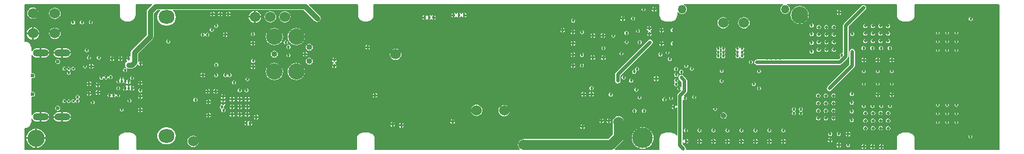
<source format=gbr>
%FSTAX23Y23*%
%MOIN*%
%SFA1B1*%

%IPPOS*%
%AMD65*
4,1,8,0.045300,0.000000,0.045300,0.000000,0.025600,0.019700,-0.025600,0.019700,-0.045300,0.000000,-0.045300,0.000000,-0.025600,-0.019700,0.025600,-0.019700,0.045300,0.000000,0.0*
1,1,0.039370,0.025600,0.000000*
1,1,0.039370,0.025600,0.000000*
1,1,0.039370,-0.025600,0.000000*
1,1,0.039370,-0.025600,0.000000*
%
%ADD56C,0.020000*%
%ADD62C,0.030000*%
G04~CAMADD=65~8~0.0~0.0~393.7~905.5~196.8~0.0~15~0.0~0.0~0.0~0.0~0~0.0~0.0~0.0~0.0~0~0.0~0.0~0.0~270.0~906.0~394.0*
%ADD65D65*%
%ADD66C,0.059843*%
%ADD67C,0.050000*%
%ADD68R,0.059843X0.059843*%
%ADD69C,0.060000*%
%ADD70C,0.098425*%
%ADD71C,0.093504*%
%ADD72C,0.033465*%
%ADD73O,0.090551X0.078740*%
%ADD74C,0.060000*%
%ADD75C,0.118110*%
%ADD76C,0.019685*%
%ADD77C,0.018000*%
%ADD78C,0.016000*%
%ADD79C,0.023622*%
%ADD80C,0.032000*%
%ADD81C,0.019685*%
%ADD82C,0.055000*%
%LNpcb_copper_signal_1-1*%
%LPD*%
G36*
X05399Y01244D02*
X05402Y0124D01*
X05402Y01235*
Y01181*
X05402*
X05403Y01172*
X05407Y01164*
X05412Y01156*
X05419Y01151*
X05428Y01147*
X05436Y01146*
X05437Y01146*
X05468*
X05469Y01146*
X05477Y01147*
X05486Y01151*
X05493Y01156*
X05499Y01164*
X05502Y01172*
X05503Y0118*
X05503Y01181*
Y0124*
X05503Y0124*
X05506Y01244*
X05508Y01245*
X05508Y01245*
X05984*
X05984Y01245*
X05987Y01243*
X05989Y0124*
X05989Y0124*
Y00413*
X05989Y00413*
X05989Y00413*
X05986Y00409*
X05984Y00409*
X05984Y00409*
X05508*
X05508Y00409*
X05504Y0041*
X05503Y00413*
X05503Y00413*
Y00472*
X05503*
X05502Y00481*
X05499Y0049*
X05493Y00497*
X05486Y00502*
X05477Y00506*
X05468Y00507*
Y00507*
X05437*
Y00507*
X05428Y00506*
X0542Y00502*
X05412Y00497*
X05407Y0049*
X05403Y00481*
X05402Y00472*
X05402*
Y00413*
X05402Y00413*
X05401Y00411*
X05398Y00409*
X05393*
X04199*
X04194Y00414*
X04195Y00416*
X04194Y00421*
X0419Y00426*
X04176Y00441*
Y00454*
X04181Y00455*
X04181Y00452*
X04184Y00447*
X04189Y00444*
X0419Y00444*
Y00458*
Y00471*
X04189Y00471*
X04184Y00468*
X04181Y00463*
X04181Y0046*
X04176Y00461*
Y00696*
X0418Y00697*
X04181Y00697*
X04184Y00695*
X04189Y00694*
X04193Y00695*
X04196Y00698*
X04199Y00701*
X042Y00706*
X04199Y0071*
X04196Y00713*
X04193Y00716*
X04189Y00717*
X04187Y00716*
X04184Y00721*
X04197Y00734*
X04201Y00739*
X04202Y00745*
Y00805*
X04201Y0081*
X04197Y00815*
X04178Y00834*
X04173Y00838*
X04168Y00839*
X04162Y00838*
X04157Y00834*
X04153Y00829*
X04152Y00824*
X04153Y00818*
X04157Y00813*
X04171Y00798*
Y0077*
X04166Y00768*
X04165Y00769*
X04162Y00772*
X04157Y00773*
X04153Y00772*
X0415Y00769*
X04147Y00766*
X04146Y00762*
X04147Y00757*
X0415Y00754*
X04153Y00751*
X04157Y0075*
X04162Y00751*
X04163Y00752*
X04168Y0075*
X04169Y00749*
X0415Y0073*
X04146Y00725*
X04145Y00719*
Y00662*
X0414Y00662*
X04137Y00666*
X04133Y00669*
X04132Y00669*
Y00656*
Y00643*
X04133Y00643*
X04137Y00646*
X0414Y00651*
X04145Y0065*
Y00491*
X04141Y0049*
X0414Y0049*
X04135Y00497*
X04128Y00502*
X04119Y00506*
X0411Y00507*
Y00507*
X04079*
Y00507*
X0407Y00506*
X04061Y00502*
X04054Y00497*
X04049Y0049*
X04045Y00481*
X04044Y00472*
X04044*
Y00413*
X04044Y00413*
X04043Y00411*
X04039Y00409*
X04034*
X03788*
X03786Y00414*
X03787Y00414*
X03832Y00459*
X03837Y00466*
X0384Y00474*
X03841Y00482*
Y00569*
X0384Y00577*
X03837Y00585*
X03832Y00592*
X03825Y00597*
X03817Y00601*
X03808Y00602*
X038Y00601*
X03792Y00597*
X03785Y00592*
X0378Y00585*
X03777Y00577*
X03776Y00569*
Y00496*
X0375Y0047*
X03267*
X03258Y00469*
X0325Y00466*
X03243Y00461*
X03238Y00454*
X03235Y00446*
X03234Y00438*
X03235Y00429*
X03238Y00421*
X03243Y00414*
X03244Y00414*
X03242Y00409*
X02417*
X02417Y00409*
X02414Y0041*
X02413Y00413*
X02413Y00413*
Y00472*
X02413*
X02412Y00481*
X02408Y0049*
X02403Y00497*
X02395Y00502*
X02387Y00506*
X02378Y00507*
Y00507*
X02346*
Y00507*
X02337Y00506*
X02329Y00502*
X02322Y00497*
X02316Y0049*
X02313Y00481*
X02312Y00472*
X02312*
Y00413*
X02312Y00413*
X0231Y0041*
X02307Y00409*
X02307Y00409*
X01055*
X01055Y00409*
X01052Y0041*
X01051Y00413*
X01051Y00413*
Y00472*
X01051Y00472*
X01049Y00481*
X01046Y0049*
X0104Y00497*
X01033Y00502*
X01025Y00506*
X01016Y00507*
Y00507*
X00984*
Y00507*
X00975Y00506*
X00967Y00502*
X0096Y00497*
X00954Y0049*
X00951Y00481*
X00949Y00472*
X00949*
Y00413*
X0095Y00413*
X00948Y0041*
X00945Y00409*
X00945Y00409*
X00413*
X00413Y00409*
X0041Y0041*
X00409Y00413*
X00409Y00413*
Y0053*
X00409Y0053*
X0041Y00531*
X00413Y00534*
X00422Y00535*
X00431Y00539*
X00438Y00544*
X00444Y00552*
X00447Y0056*
X00448Y00569*
X00448*
Y00587*
X00449Y00587*
X00453Y00588*
X00458Y00581*
X00466Y00575*
X00476Y00573*
X00497*
Y00598*
Y00624*
X00476*
X00466Y00622*
X00458Y00616*
X00453Y00609*
X00449Y00609*
X00448Y0061*
Y00711*
X00453Y00715*
X00456Y00714*
X00462Y00715*
X00466Y00718*
X00469Y00723*
X0047Y00728*
X00469Y00734*
X00466Y00738*
X00462Y00741*
X00456Y00742*
X00453Y00742*
X00448Y00745*
X00448Y00818*
X00453Y00821*
X00456Y0082*
X00462Y00822*
X00466Y00825*
X00469Y00829*
X0047Y00835*
X00469Y0084*
X00466Y00845*
X00462Y00848*
X00456Y00849*
X00453Y00848*
X00448Y00851*
Y00953*
X00449Y00953*
X00453Y00954*
X00458Y00947*
X00466Y00941*
X00476Y00939*
X00497*
Y00965*
Y0099*
X00476*
X00466Y00988*
X00458Y00982*
X00453Y00975*
X00449Y00976*
X00448Y00976*
Y00994*
X00448*
X00447Y01003*
X00444Y01012*
X00438Y01019*
X00431Y01024*
X00422Y01028*
X00413Y01029*
X0041Y01032*
X00409Y01033*
X00409Y01033*
X00409Y01235*
X00409Y0124*
X00412Y01244*
X00413Y01245*
X00413Y01245*
X00951*
X00951Y01245*
X00953Y01244*
X00955Y0124*
X00955Y01235*
Y01181*
X00955Y0118*
X00957Y01172*
X0096Y01164*
X00966Y01156*
X00973Y01151*
X00981Y01147*
X0099Y01146*
X0099Y01146*
X0101*
X0101Y01146*
X01019Y01147*
X01027Y01151*
X01034Y01156*
X0104Y01164*
X01043Y01172*
X01045Y0118*
X01045Y01181*
Y0124*
X01045Y0124*
X01047Y01243*
X01049Y01244*
X01054Y01245*
X01138*
X0114Y0124*
X01114Y01214*
X0111Y01207*
X01108Y012*
Y01068*
X01023Y00983*
X01019Y00976*
X01017Y00968*
Y00947*
X01012Y00944*
X01011Y00945*
X0101Y00945*
Y00932*
X01005*
Y00927*
X00992*
X00992Y00926*
X00995Y00922*
X00997Y0092*
X00997Y00918*
X00997Y00915*
X00991Y00911*
X00986Y00904*
X00985Y00896*
X00986Y00889*
X00991Y00882*
X00992Y00881*
X0099Y00877*
X00989Y00877*
X00986Y00877*
X00981Y00877*
X00978Y00874*
X00975Y00871*
X00974Y00866*
X00975Y00862*
X00978Y00858*
X00981Y00856*
X00986Y00855*
X0099Y00856*
X00993Y00858*
X00996Y00862*
X00997Y00866*
X00996Y00871*
X00994Y00874*
X00993Y00874*
X00996Y00878*
X00997Y00878*
X01005Y00876*
X01024*
X01032Y00878*
X01039Y00882*
X01052Y00895*
X01054Y00899*
X01056Y00899*
X0106Y00898*
X01062Y00895*
X01067Y00892*
X01068Y00892*
Y00905*
Y00919*
X01067Y00918*
X01063Y00916*
X01061Y00916*
X01058Y00918*
Y0096*
X01143Y01045*
X01147Y01052*
X01149Y01059*
Y01191*
X0117Y01212*
X01185*
X01187Y01207*
X01183Y01204*
X01175Y01194*
X0117Y01182*
X01169Y0117*
X0117Y01158*
X01175Y01146*
X01183Y01136*
X01193Y01129*
X01204Y01124*
X01216Y01122*
X01228*
X01241Y01124*
X01252Y01129*
X01262Y01136*
X0127Y01146*
X01274Y01158*
X01276Y0117*
X01274Y01182*
X0127Y01194*
X01262Y01204*
X01258Y01207*
X0126Y01212*
X02007*
X0207Y01149*
X02077Y01144*
X02085Y01143*
X02093Y01144*
X02099Y01149*
X02104Y01155*
X02105Y01163*
X02104Y01171*
X02099Y01178*
X02037Y0124*
X02039Y01245*
X02313*
X02313Y01245*
X02315Y01244*
X02317Y0124*
X02318Y01235*
Y01181*
X02318Y0118*
X02319Y01172*
X02322Y01164*
X02328Y01156*
X02335Y01151*
X02343Y01147*
X02351Y01146*
X02352Y01146*
X02372*
X02373Y01146*
X02381Y01147*
X02389Y01151*
X02397Y01156*
X02402Y01164*
X02406Y01172*
X02407Y0118*
X02407Y01181*
Y0124*
X02407Y0124*
X0241Y01244*
X02411Y01245*
X02411Y01245*
X04039*
X0404Y01245*
X04041Y01244*
X04044Y0124*
X04044Y01235*
Y01181*
X04044*
X04045Y01172*
X04049Y01164*
X04054Y01156*
X04061Y01151*
X0407Y01147*
X04078Y01146*
X04079Y01146*
X0411*
X04111Y01146*
X04119Y01147*
X04128Y01151*
X04135Y01156*
X0414Y01164*
X04144Y01172*
X04145Y0118*
X04145Y01181*
Y01198*
X0415Y01199*
X04153Y01195*
X04159Y01191*
X04165Y01188*
X04172Y01187*
X04179Y01188*
X04186Y01191*
X04192Y01195*
X04196Y01201*
X04199Y01208*
X042Y01215*
X04199Y01222*
X04196Y01228*
X04192Y01234*
X04186Y01238*
X04183Y0124*
X04184Y01245*
X04751*
X04752Y0124*
X04749Y01238*
X04744Y01234*
X04739Y01228*
X04737Y01222*
X04736Y01215*
X04737Y01208*
X04739Y01201*
X04744Y01195*
X04749Y01191*
X04756Y01188*
X04763Y01187*
X0477Y01188*
X04776Y01191*
X04782Y01195*
X04786Y01201*
X04789Y01208*
X0479Y01215*
X04789Y01222*
X04786Y01228*
X04782Y01234*
X04776Y01238*
X04773Y0124*
X04774Y01245*
X05209*
X0521Y0124*
X05209Y01239*
X05206Y01239*
X05201Y01235*
X05099Y01133*
X05095Y01128*
X05094Y01123*
Y00967*
X05089Y00964*
X05087Y00964*
X05082Y00963*
X05079Y00961*
X05076Y00957*
X05075Y00953*
X05076Y00949*
X05079Y00945*
X05079Y00945*
X0508Y00938*
X05068Y00927*
X04601*
X04595Y00926*
X0459Y00922*
X04586Y00917*
X04585Y00912*
X04586Y00906*
X0459Y00901*
X04595Y00897*
X04601Y00896*
X05075*
X05081Y00897*
X05086Y00901*
X0512Y00935*
X05124Y0094*
X05125Y00946*
Y01116*
X05222Y01214*
X05226Y01219*
X05227Y01225*
X05226Y0123*
X05222Y01235*
X05217Y01239*
X05214Y01239*
X05213Y0124*
X05214Y01245*
X05398*
X05398Y01245*
X05399Y01244*
G37*
%LNpcb_copper_signal_1-2*%
%LPC*%
G36*
X04019Y01228D02*
Y0122D01*
X04027*
X04027Y0122*
X04024Y01225*
X04019Y01228*
X04019Y01228*
G37*
G36*
X04009D02*
X04008Y01228D01*
X04003Y01225*
X04Y0122*
X04Y0122*
X04009*
Y01228*
G37*
G36*
X03953Y01226D02*
X03948Y01225D01*
X03945Y01223*
X03942Y01219*
X03941Y01215*
X03942Y0121*
X03945Y01207*
X03948Y01204*
X03953Y01204*
X03957Y01204*
X0396Y01207*
X03963Y0121*
X03964Y01215*
X03963Y01219*
X0396Y01223*
X03957Y01225*
X03953Y01226*
G37*
G36*
X04027Y0121D02*
X04019D01*
Y01202*
X04019Y01202*
X04024Y01205*
X04027Y01209*
X04027Y0121*
G37*
G36*
X04009D02*
X04D01*
X04Y01209*
X04003Y01205*
X04008Y01202*
X04009Y01202*
Y0121*
G37*
G36*
X05076Y0121D02*
Y01202D01*
X05084*
X05084Y01202*
X05081Y01207*
X05076Y0121*
X05076Y0121*
G37*
G36*
X05066D02*
X05065Y0121D01*
X05061Y01207*
X05058Y01202*
X05058Y01202*
X05066*
Y0121*
G37*
G36*
X0158Y012D02*
Y01192D01*
X01588*
X01588Y01193*
X01585Y01197*
X0158Y012*
X0158Y012*
G37*
G36*
X0157D02*
X0157Y012D01*
X01565Y01197*
X01562Y01193*
X01562Y01192*
X0157*
Y012*
G37*
G36*
X01535D02*
Y01192D01*
X01543*
X01543Y01193*
X0154Y01197*
X01535Y012*
X01535Y012*
G37*
G36*
X01525D02*
X01525Y012D01*
X0152Y01197*
X01517Y01193*
X01517Y01192*
X01525*
Y012*
G37*
G36*
X0149D02*
Y01192D01*
X01498*
X01498Y01193*
X01495Y01197*
X0149Y012*
X0149Y012*
G37*
G36*
X0148D02*
X0148Y012D01*
X01475Y01197*
X01472Y01193*
X01472Y01192*
X0148*
Y012*
G37*
G36*
X0289Y01194D02*
X02889Y01194D01*
X02884Y01191*
X02883Y01188*
X02877*
X02876Y01191*
X02871Y01194*
X02871Y01194*
Y01181*
Y01167*
X02871Y01167*
X02876Y0117*
X02877Y01173*
X02883*
X02884Y0117*
X02889Y01167*
X0289Y01167*
Y01181*
Y01194*
G37*
G36*
X0292D02*
X02919Y01194D01*
X02914Y01191*
X02912Y01187*
X02912Y01187*
X02907*
X02907Y01187*
X02905Y01191*
X029Y01194*
X029Y01194*
Y01181*
Y01167*
X029Y01167*
X02905Y0117*
X02907Y01174*
X02907Y01174*
X02912*
X02912Y01174*
X02914Y0117*
X02919Y01167*
X0292Y01167*
Y01181*
Y01194*
G37*
G36*
X0293D02*
Y01186D01*
X02938*
X02938Y01186*
X02935Y01191*
X0293Y01194*
X0293Y01194*
G37*
G36*
X02861D02*
X0286Y01194D01*
X02855Y01191*
X02852Y01186*
X02852Y01186*
X02861*
Y01194*
G37*
G36*
X05084Y01192D02*
X05076D01*
Y01183*
X05076Y01183*
X05081Y01186*
X05084Y01191*
X05084Y01192*
G37*
G36*
X05066D02*
X05058D01*
X05058Y01191*
X05061Y01186*
X05065Y01183*
X05066Y01183*
Y01192*
G37*
G36*
X02746Y01181D02*
X02745Y01181D01*
X0274Y01178*
X02736*
X02731Y01181*
X02731Y01181*
Y01168*
Y01154*
X02731Y01154*
X02736Y01157*
X0274*
X02745Y01154*
X02746Y01154*
Y01168*
Y01181*
G37*
G36*
X02721D02*
X0272Y01181D01*
X02715Y01178*
X02711*
X02706Y01181*
X02706Y01181*
Y01168*
Y01154*
X02706Y01154*
X02711Y01157*
X02715*
X0272Y01154*
X02721Y01154*
Y01168*
Y01181*
G37*
G36*
X01734Y01206D02*
Y01177D01*
X01763*
X01763Y01181*
X01759Y01189*
X01753Y01196*
X01746Y01202*
X01738Y01206*
X01734Y01206*
G37*
G36*
X01724D02*
X01719Y01206D01*
X01711Y01202*
X01704Y01196*
X01698Y01189*
X01694Y01181*
X01694Y01177*
X01724*
Y01206*
G37*
G36*
X01588Y01182D02*
X0158D01*
Y01174*
X0158Y01174*
X01585Y01177*
X01588Y01182*
X01588Y01182*
G37*
G36*
X0157D02*
X01562D01*
X01562Y01182*
X01565Y01177*
X0157Y01174*
X0157Y01174*
Y01182*
G37*
G36*
X01543D02*
X01535D01*
Y01174*
X01535Y01174*
X0154Y01177*
X01543Y01182*
X01543Y01182*
G37*
G36*
X01525D02*
X01517D01*
X01517Y01182*
X0152Y01177*
X01525Y01174*
X01525Y01174*
Y01182*
G37*
G36*
X01498D02*
X0149D01*
Y01174*
X0149Y01174*
X01495Y01177*
X01498Y01182*
X01498Y01182*
G37*
G36*
X0148D02*
X01472D01*
X01472Y01182*
X01475Y01177*
X0148Y01174*
X0148Y01174*
Y01182*
G37*
G36*
X02756Y01181D02*
Y01173D01*
X02764*
X02764Y01173*
X02761Y01178*
X02756Y01181*
X02756Y01181*
G37*
G36*
X02696D02*
X02695Y01181D01*
X0269Y01178*
X02687Y01173*
X02687Y01173*
X02696*
Y01181*
G37*
G36*
X02938Y01176D02*
X0293D01*
Y01167*
X0293Y01167*
X02935Y0117*
X02938Y01175*
X02938Y01176*
G37*
G36*
X02861D02*
X02852D01*
X02852Y01175*
X02855Y0117*
X0286Y01167*
X02861Y01167*
Y01176*
G37*
G36*
X03838Y01175D02*
Y01167D01*
X03846*
X03846Y01167*
X03843Y01172*
X03838Y01175*
X03838Y01175*
G37*
G36*
X03828D02*
X03827Y01175D01*
X03822Y01172*
X03819Y01167*
X03819Y01167*
X03828*
Y01175*
G37*
G36*
X00458Y01225D02*
X00449Y01224D01*
X00441Y0122*
X00435Y01215*
X0043Y01209*
X00426Y01201*
X00425Y01193*
X00426Y01184*
X0043Y01176*
X00435Y0117*
X00441Y01165*
X00449Y01161*
X00458Y0116*
X00466Y01161*
X00474Y01165*
X0048Y0117*
X00485Y01176*
X00489Y01184*
X0049Y01193*
X00489Y01201*
X00485Y01209*
X0048Y01215*
X00474Y0122*
X00466Y01224*
X00458Y01225*
G37*
G36*
X00584Y01224D02*
X00575Y01223D01*
X00567Y01219*
X00561Y01214*
X00556Y01208*
X00552Y012*
X00551Y01191*
X00552Y01183*
X00556Y01175*
X00561Y01169*
X00567Y01164*
X00575Y0116*
X00584Y01159*
X00592Y0116*
X006Y01164*
X00606Y01169*
X00611Y01175*
X00615Y01183*
X00616Y01191*
X00615Y012*
X00611Y01208*
X00606Y01214*
X006Y01219*
X00592Y01223*
X00584Y01224*
G37*
G36*
X02764Y01163D02*
X02756D01*
Y01154*
X02756Y01154*
X02761Y01157*
X02764Y01162*
X02764Y01163*
G37*
G36*
X02696D02*
X02687D01*
X02687Y01162*
X0269Y01157*
X02695Y01154*
X02696Y01154*
Y01163*
G37*
G36*
X03893Y01174D02*
X03888Y01173D01*
X03885Y01171*
X03882Y01167*
X03881Y01163*
X03882Y01158*
X03885Y01155*
X03888Y01152*
X03893Y01151*
X03897Y01152*
X039Y01155*
X03903Y01158*
X03904Y01163*
X03903Y01167*
X039Y01171*
X03897Y01173*
X03893Y01174*
G37*
G36*
X05825Y01172D02*
X0582Y01171D01*
X05817Y01168*
X05814Y01165*
X05813Y01161*
X05814Y01156*
X05817Y01153*
X0582Y0115*
X05825Y01149*
X05829Y0115*
X05832Y01153*
X05835Y01156*
X05836Y01161*
X05835Y01165*
X05832Y01168*
X05829Y01171*
X05825Y01172*
G37*
G36*
X03846Y01157D02*
X03838D01*
Y01148*
X03838Y01148*
X03843Y01152*
X03846Y01156*
X03846Y01157*
G37*
G36*
X03828D02*
X03819D01*
X03819Y01156*
X03822Y01152*
X03827Y01148*
X03828Y01148*
Y01157*
G37*
G36*
X019Y01204D02*
X01891Y01203D01*
X01883Y01199*
X01877Y01194*
X01872Y01188*
X01868Y0118*
X01867Y01172*
X01868Y01163*
X01872Y01155*
X01877Y01149*
X01883Y01144*
X01891Y0114*
X019Y01139*
X01908Y0114*
X01916Y01144*
X01922Y01149*
X01927Y01155*
X01931Y01163*
X01932Y01172*
X01931Y0118*
X01927Y01188*
X01922Y01194*
X01916Y01199*
X01908Y01203*
X019Y01204*
G37*
G36*
X01817D02*
X01808Y01203D01*
X018Y01199*
X01794Y01194*
X01789Y01188*
X01785Y0118*
X01784Y01172*
X01785Y01163*
X01789Y01155*
X01794Y01149*
X018Y01144*
X01808Y0114*
X01817Y01139*
X01825Y0114*
X01833Y01144*
X01839Y01149*
X01844Y01155*
X01848Y01163*
X01849Y01172*
X01848Y0118*
X01844Y01188*
X01839Y01194*
X01833Y01199*
X01825Y01203*
X01817Y01204*
G37*
G36*
X03549Y01161D02*
X03545Y0116D01*
X03541Y01157*
X03539Y01154*
X03538Y0115*
X03539Y01145*
X03541Y01142*
X03545Y01139*
X03549Y01138*
X03553Y01139*
X03557Y01142*
X03559Y01145*
X0356Y0115*
X03559Y01154*
X03557Y01157*
X03553Y0116*
X03549Y01161*
G37*
G36*
X01763Y01167D02*
X01734D01*
Y01137*
X01738Y01137*
X01746Y01141*
X01753Y01147*
X01759Y01154*
X01763Y01162*
X01763Y01167*
G37*
G36*
X01724D02*
X01694D01*
X01694Y01162*
X01698Y01154*
X01704Y01147*
X01711Y01141*
X01719Y01137*
X01724Y01137*
Y01167*
G37*
G36*
X04846Y01234D02*
X04832Y01232D01*
X0482Y01227*
X04809Y01219*
X04801Y01208*
X04796Y01196*
X04794Y01183*
X04796Y01169*
X04801Y01157*
X04809Y01146*
X0482Y01138*
X04832Y01133*
X04846Y01131*
X04859Y01133*
X04871Y01138*
X04882Y01146*
X0489Y01157*
X04895Y01169*
X04897Y01183*
X04895Y01196*
X0489Y01208*
X04882Y01219*
X04871Y01227*
X04859Y01232*
X04846Y01234*
G37*
G36*
X00789Y01153D02*
X00785Y01152D01*
X00781Y01149*
X00778Y01146*
X00778Y01141*
X00778Y01137*
X00781Y01133*
X00785Y01131*
X00789Y0113*
X00793Y01131*
X00797Y01133*
X00799Y01137*
X008Y01141*
X00799Y01146*
X00797Y01149*
X00793Y01152*
X00789Y01153*
G37*
G36*
X00738Y01152D02*
X00733Y01151D01*
X0073Y01148*
X00727Y01145*
X00726Y0114*
X00727Y01136*
X0073Y01132*
X00733Y0113*
X00738Y01129*
X00742Y0113*
X00745Y01132*
X00748Y01136*
X00749Y0114*
X00748Y01145*
X00745Y01148*
X00742Y01151*
X00738Y01152*
G37*
G36*
X00687Y01151D02*
X00683Y0115D01*
X00679Y01148*
X00677Y01144*
X00676Y0114*
X00677Y01135*
X00679Y01132*
X00683Y01129*
X00687Y01128*
X00692Y01129*
X00695Y01132*
X00698Y01135*
X00699Y0114*
X00698Y01144*
X00695Y01148*
X00692Y0115*
X00687Y01151*
G37*
G36*
X04914Y01135D02*
X0491Y01134D01*
X04906Y01131*
X04904Y01128*
X04903Y01124*
X04904Y01119*
X04906Y01116*
X0491Y01113*
X04914Y01112*
X04919Y01113*
X04922Y01116*
X04925Y01119*
X04926Y01124*
X04925Y01128*
X04922Y01131*
X04919Y01134*
X04914Y01135*
G37*
G36*
X0399Y01119D02*
Y01111D01*
X03998*
X03998Y01111*
X03995Y01116*
X0399Y01119*
X0399Y01119*
G37*
G36*
X0398D02*
X03979Y01119D01*
X03974Y01116*
X03971Y01111*
X03971Y01111*
X0398*
Y01119*
G37*
G36*
X01507Y01132D02*
X01503Y01131D01*
X01499Y01128*
X01497Y01125*
X01496Y01121*
X01497Y01116*
X01499Y01113*
X01503Y0111*
X01507Y01109*
X01511Y0111*
X01515Y01113*
X01517Y01116*
X01518Y01121*
X01517Y01125*
X01515Y01128*
X01511Y01131*
X01507Y01132*
G37*
G36*
X05351Y01132D02*
X05347Y01131D01*
X05343Y01129*
X0534Y01125*
X05339Y0112*
X0534Y01116*
X05343Y01112*
X05347Y01109*
X05351Y01108*
X05356Y01109*
X0536Y01112*
X05363Y01116*
X05364Y0112*
X05363Y01125*
X0536Y01129*
X05356Y01131*
X05351Y01132*
G37*
G36*
X05308D02*
X05304Y01131D01*
X053Y01129*
X05297Y01125*
X05296Y0112*
X05297Y01116*
X053Y01112*
X05304Y01109*
X05308Y01108*
X05313Y01109*
X05317Y01112*
X05319Y01116*
X0532Y0112*
X05319Y01125*
X05317Y01129*
X05313Y01131*
X05308Y01132*
G37*
G36*
X05265D02*
X0526Y01131D01*
X05256Y01129*
X05254Y01125*
X05253Y0112*
X05254Y01116*
X05256Y01112*
X0526Y01109*
X05265Y01108*
X05269Y01109*
X05273Y01112*
X05276Y01116*
X05277Y0112*
X05276Y01125*
X05273Y01129*
X05269Y01131*
X05265Y01132*
G37*
G36*
X05222D02*
X05217Y01131D01*
X05213Y01129*
X0521Y01125*
X05209Y0112*
X0521Y01116*
X05213Y01112*
X05217Y01109*
X05222Y01108*
X05226Y01109*
X0523Y01112*
X05233Y01116*
X05234Y0112*
X05233Y01125*
X0523Y01129*
X05226Y01131*
X05222Y01132*
G37*
G36*
X04527Y0117D02*
X04518Y01169D01*
X04511Y01165*
X04504Y0116*
X04499Y01154*
X04496Y01146*
X04494Y01138*
X04496Y01129*
X04499Y01121*
X04504Y01115*
X04511Y0111*
X04518Y01106*
X04527Y01105*
X04535Y01106*
X04543Y0111*
X04549Y01115*
X04554Y01121*
X04558Y01129*
X04559Y01138*
X04558Y01146*
X04554Y01154*
X04549Y0116*
X04543Y01165*
X04535Y01169*
X04527Y0117*
G37*
G36*
X04409D02*
X044Y01169D01*
X04392Y01165*
X04386Y0116*
X04381Y01154*
X04377Y01146*
X04376Y01138*
X04377Y01129*
X04381Y01121*
X04386Y01115*
X04392Y0111*
X044Y01106*
X04409Y01105*
X04417Y01106*
X04425Y0111*
X04431Y01115*
X04436Y01121*
X0444Y01129*
X04441Y01138*
X0444Y01146*
X04436Y01154*
X04431Y0116*
X04425Y01165*
X04417Y01169*
X04409Y0117*
G37*
G36*
X05042Y01126D02*
X05038Y01125D01*
X05034Y01122*
X05031Y01118*
X0503Y01113*
X05031Y01109*
X05034Y01105*
X05038Y01102*
X05042Y01101*
X05047Y01102*
X05051Y01105*
X05053Y01109*
X05054Y01113*
X05053Y01118*
X05051Y01122*
X05047Y01125*
X05042Y01126*
G37*
G36*
X04999D02*
X04994Y01125D01*
X0499Y01122*
X04988Y01118*
X04987Y01113*
X04988Y01109*
X0499Y01105*
X04994Y01102*
X04999Y01101*
X05004Y01102*
X05007Y01105*
X0501Y01109*
X05011Y01113*
X0501Y01118*
X05007Y01122*
X05004Y01125*
X04999Y01126*
G37*
G36*
X04956D02*
X04951Y01125D01*
X04947Y01122*
X04944Y01118*
X04944Y01113*
X04944Y01109*
X04947Y01105*
X04951Y01102*
X04956Y01101*
X0496Y01102*
X04964Y01105*
X04967Y01109*
X04968Y01113*
X04967Y01118*
X04964Y01122*
X0496Y01125*
X04956Y01126*
G37*
G36*
X03494Y01109D02*
Y01101D01*
X03502*
X03502Y01101*
X03499Y01106*
X03494Y01109*
X03494Y01109*
G37*
G36*
X03484D02*
X03483Y01109D01*
X03478Y01106*
X03475Y01101*
X03475Y01101*
X03484*
Y01109*
G37*
G36*
X0406Y01109D02*
Y01101D01*
X04068*
X04068Y01101*
X04065Y01106*
X0406Y01109*
X0406Y01109*
G37*
G36*
X0405D02*
X0405Y01109D01*
X04045Y01106*
X04042Y01101*
X04042Y01101*
X0405*
Y01109*
G37*
G36*
X03553Y01098D02*
Y0109D01*
X03561*
X03561Y0109*
X03558Y01095*
X03553Y01098*
X03553Y01098*
G37*
G36*
X03543D02*
X03542Y01098D01*
X03538Y01095*
X03535Y0109*
X03535Y0109*
X03543*
Y01098*
G37*
G36*
X01482Y01109D02*
X01477Y01108D01*
X01474Y01105*
X01471Y01102*
X0147Y01098*
X01471Y01093*
X01474Y0109*
X01477Y01087*
X01482Y01086*
X01486Y01087*
X01489Y0109*
X01492Y01093*
X01493Y01098*
X01492Y01102*
X01489Y01105*
X01486Y01108*
X01482Y01109*
G37*
G36*
X04118Y01107D02*
X04114Y01106D01*
X0411Y01103*
X04108Y011*
X04107Y01096*
X04108Y01091*
X0411Y01088*
X04114Y01085*
X04118Y01084*
X04122Y01085*
X04126Y01088*
X04128Y01091*
X04129Y01096*
X04128Y011*
X04126Y01103*
X04122Y01106*
X04118Y01107*
G37*
G36*
X03502Y01091D02*
X03494D01*
Y01083*
X03494Y01083*
X03499Y01086*
X03502Y0109*
X03502Y01091*
G37*
G36*
X03484D02*
X03475D01*
X03475Y0109*
X03478Y01086*
X03483Y01083*
X03484Y01083*
Y01091*
G37*
G36*
X04068Y01091D02*
X0406D01*
Y01082*
X0406Y01082*
X04065Y01085*
X04068Y0109*
X04068Y01091*
G37*
G36*
X0405D02*
X04042D01*
X04042Y0109*
X04045Y01085*
X0405Y01082*
X0405Y01082*
Y01091*
G37*
G36*
X00463Y01112D02*
Y01082D01*
X00492*
X00492Y01086*
X00488Y01095*
X00482Y01102*
X00475Y01108*
X00467Y01111*
X00463Y01112*
G37*
G36*
X00453D02*
X00448Y01111D01*
X0044Y01108*
X00433Y01102*
X00427Y01095*
X00423Y01086*
X00423Y01082*
X00453*
Y01112*
G37*
G36*
X03998Y01101D02*
X03971D01*
X03971Y011*
X03974Y01095*
X03978Y01093*
X03978Y01089*
X03978Y01087*
X03975Y01086*
X03972Y01081*
X03972Y01081*
X03999*
X03999Y01081*
X03996Y01086*
X03992Y01088*
X03992Y01092*
X03992Y01094*
X03995Y01095*
X03998Y011*
X03998Y01101*
G37*
G36*
X0392Y01102D02*
X03916Y01102D01*
X03912Y01099*
X0391Y01096*
X03909Y01091*
X0391Y01087*
X03912Y01083*
X03916Y01081*
X0392Y0108*
X03925Y01081*
X03928Y01083*
X03931Y01087*
X03931Y01091*
X03931Y01096*
X03928Y01099*
X03925Y01102*
X0392Y01102*
G37*
G36*
X01563Y01083D02*
Y01075D01*
X01571*
X01571Y01075*
X01568Y0108*
X01564Y01083*
X01563Y01083*
G37*
G36*
X01553D02*
X01553Y01083D01*
X01548Y0108*
X01545Y01075*
X01545Y01075*
X01553*
Y01083*
G37*
G36*
X03601Y01096D02*
X03597Y01095D01*
X03593Y01092*
X03591Y01089*
X0359Y01085*
X03591Y0108*
X03593Y01077*
X03597Y01074*
X03601Y01073*
X03605Y01074*
X03609Y01077*
X03611Y0108*
X03612Y01085*
X03611Y01089*
X03609Y01092*
X03605Y01095*
X03601Y01096*
G37*
G36*
X01456Y0108D02*
X01451Y01079D01*
X01448Y01077*
X01445Y01073*
X01443Y01073*
X01442*
X0144Y01073*
X01438Y01077*
X01434Y01079*
X0143Y0108*
X01426Y01079*
X01422Y01077*
X0142Y01073*
X01419Y01069*
X0142Y01065*
X01422Y01061*
X01426Y01059*
X0143Y01058*
X01434Y01059*
X01438Y01061*
X0144Y01064*
X01442Y01065*
X01443*
X01445Y01064*
X01448Y01061*
X01451Y01059*
X01456Y01058*
X0146Y01059*
X01464Y01061*
X01466Y01065*
X01467Y01069*
X01466Y01073*
X01464Y01077*
X0146Y01079*
X01456Y0108*
G37*
G36*
X03561Y0108D02*
X03553D01*
Y01071*
X03553Y01071*
X03558Y01074*
X03561Y01079*
X03561Y0108*
G37*
G36*
X03543D02*
X03535D01*
X03535Y01079*
X03538Y01074*
X03542Y01071*
X03543Y01071*
Y0108*
G37*
G36*
X05743Y01092D02*
X05739Y01091D01*
X05735Y01089*
X05733Y01085*
X05732Y01081*
X05733Y01077*
X05735Y01073*
X05739Y01071*
X05743Y0107*
X05747Y01071*
X05751Y01073*
X05753Y01077*
X05754Y01081*
X05753Y01085*
X05751Y01089*
X05747Y01091*
X05743Y01092*
G37*
G36*
X0569D02*
X05685Y01091D01*
X05682Y01089*
X05679Y01085*
X05678Y01081*
X05679Y01077*
X05682Y01073*
X05685Y01071*
X0569Y0107*
X05694Y01071*
X05697Y01073*
X057Y01077*
X05701Y01081*
X057Y01085*
X05697Y01089*
X05694Y01091*
X0569Y01092*
G37*
G36*
X05636D02*
X05632Y01091D01*
X05628Y01089*
X05626Y01085*
X05625Y01081*
X05626Y01077*
X05628Y01073*
X05632Y01071*
X05636Y0107*
X0564Y01071*
X05644Y01073*
X05646Y01077*
X05647Y01081*
X05646Y01085*
X05644Y01089*
X0564Y01091*
X05636Y01092*
G37*
G36*
X03667Y01078D02*
Y01069D01*
X03675*
X03675Y0107*
X03672Y01074*
X03668Y01078*
X03667Y01078*
G37*
G36*
X03657D02*
X03657Y01078D01*
X03652Y01074*
X03649Y0107*
X03649Y01069*
X03657*
Y01078*
G37*
G36*
X03726Y01077D02*
Y01069D01*
X03734*
X03734Y01069*
X03731Y01074*
X03726Y01077*
X03726Y01077*
G37*
G36*
X03716D02*
X03715Y01077D01*
X0371Y01074*
X03707Y01069*
X03707Y01069*
X03716*
Y01077*
G37*
G36*
X03855Y0109D02*
X0385Y01089D01*
X03847Y01087*
X03844Y01083*
X03843Y01079*
X03844Y01075*
X03847Y01071*
X0385Y01069*
X03855Y01068*
X03859Y01069*
X03862Y01071*
X03865Y01075*
X03866Y01079*
X03865Y01083*
X03862Y01087*
X03859Y01089*
X03855Y0109*
G37*
G36*
X05351Y01089D02*
X05347Y01088D01*
X05343Y01085*
X0534Y01082*
X05339Y01077*
X0534Y01072*
X05343Y01068*
X05347Y01066*
X05351Y01065*
X05356Y01066*
X0536Y01068*
X05363Y01072*
X05364Y01077*
X05363Y01082*
X0536Y01085*
X05356Y01088*
X05351Y01089*
G37*
G36*
X05308D02*
X05304Y01088D01*
X053Y01085*
X05297Y01082*
X05296Y01077*
X05297Y01072*
X053Y01068*
X05304Y01066*
X05308Y01065*
X05313Y01066*
X05317Y01068*
X05319Y01072*
X0532Y01077*
X05319Y01082*
X05317Y01085*
X05313Y01088*
X05308Y01089*
G37*
G36*
X05265D02*
X0526Y01088D01*
X05256Y01085*
X05254Y01082*
X05253Y01077*
X05254Y01072*
X05256Y01068*
X0526Y01066*
X05265Y01065*
X05269Y01066*
X05273Y01068*
X05276Y01072*
X05277Y01077*
X05276Y01082*
X05273Y01085*
X05269Y01088*
X05265Y01089*
G37*
G36*
X05222D02*
X05217Y01088D01*
X05213Y01085*
X0521Y01082*
X05209Y01077*
X0521Y01072*
X05213Y01068*
X05217Y01066*
X05222Y01065*
X05226Y01066*
X0523Y01068*
X05233Y01072*
X05234Y01077*
X05233Y01082*
X0523Y01085*
X05226Y01088*
X05222Y01089*
G37*
G36*
X05147Y01085D02*
X05142Y01084D01*
X05139Y01081*
X05136Y01078*
X05135Y01074*
X05136Y01069*
X05139Y01066*
X05142Y01063*
X05147Y01062*
X05151Y01063*
X05155Y01066*
X05157Y01069*
X05158Y01074*
X05157Y01078*
X05155Y01081*
X05151Y01084*
X05147Y01085*
G37*
G36*
X04914D02*
X0491Y01084D01*
X04906Y01081*
X04904Y01078*
X04903Y01074*
X04904Y01069*
X04906Y01066*
X0491Y01063*
X04914Y01062*
X04919Y01063*
X04922Y01066*
X04925Y01069*
X04926Y01074*
X04925Y01078*
X04922Y01081*
X04919Y01084*
X04914Y01085*
G37*
G36*
X03999Y01071D02*
X03991D01*
Y01062*
X03991Y01062*
X03996Y01065*
X03999Y0107*
X03999Y01071*
G37*
G36*
X03981D02*
X03972D01*
X03972Y0107*
X03975Y01065*
X0398Y01062*
X03981Y01062*
Y01071*
G37*
G36*
X01717Y01083D02*
X01713Y01082D01*
X01709Y0108*
X01707Y01076*
X01706Y01072*
X01707Y01068*
X01709Y01064*
X01713Y01062*
X01717Y01061*
X01721Y01062*
X01725Y01064*
X01727Y01068*
X01728Y01072*
X01727Y01076*
X01725Y0108*
X01721Y01082*
X01717Y01083*
G37*
G36*
X05042Y01082D02*
X05038Y01081D01*
X05034Y01079*
X05031Y01075*
X0503Y0107*
X05031Y01066*
X05034Y01062*
X05038Y01059*
X05042Y01058*
X05047Y01059*
X05051Y01062*
X05053Y01066*
X05054Y0107*
X05053Y01075*
X05051Y01079*
X05047Y01081*
X05042Y01082*
G37*
G36*
X04999D02*
X04994Y01081D01*
X0499Y01079*
X04988Y01075*
X04987Y0107*
X04988Y01066*
X0499Y01062*
X04994Y01059*
X04999Y01058*
X05004Y01059*
X05007Y01062*
X0501Y01066*
X05011Y0107*
X0501Y01075*
X05007Y01079*
X05004Y01081*
X04999Y01082*
G37*
G36*
X04956D02*
X04951Y01081D01*
X04947Y01079*
X04944Y01075*
X04944Y0107*
X04944Y01066*
X04947Y01062*
X04951Y01059*
X04956Y01058*
X0496Y01059*
X04964Y01062*
X04967Y01066*
X04968Y0107*
X04967Y01075*
X04964Y01079*
X0496Y01081*
X04956Y01082*
G37*
G36*
X01571Y01065D02*
X01563D01*
Y01056*
X01564Y01056*
X01568Y0106*
X01571Y01064*
X01571Y01065*
G37*
G36*
X01553D02*
X01545D01*
X01545Y01064*
X01548Y0106*
X01553Y01056*
X01553Y01056*
Y01065*
G37*
G36*
X0378Y01076D02*
X03775Y01075D01*
X03772Y01072*
X03769Y01069*
X03768Y01064*
X03769Y0106*
X03772Y01056*
X03775Y01054*
X0378Y01053*
X03784Y01054*
X03787Y01056*
X0379Y0106*
X03791Y01064*
X0379Y01069*
X03787Y01072*
X03784Y01075*
X0378Y01076*
G37*
G36*
X03675Y01059D02*
X03667D01*
Y01051*
X03668Y01051*
X03672Y01054*
X03675Y01059*
X03675Y01059*
G37*
G36*
X03657D02*
X03649D01*
X03649Y01059*
X03652Y01054*
X03657Y01051*
X03657Y01051*
Y01059*
G37*
G36*
X03734Y01059D02*
X03726D01*
Y01051*
X03726Y01051*
X03731Y01054*
X03734Y01058*
X03734Y01059*
G37*
G36*
X03716D02*
X03707D01*
X03707Y01058*
X0371Y01054*
X03715Y01051*
X03716Y01051*
Y01059*
G37*
G36*
X00584Y01109D02*
X00575Y01108D01*
X00567Y01105*
X00561Y011*
X00556Y01093*
X00552Y01085*
X00551Y01077*
X00552Y01069*
X00556Y01061*
X00561Y01054*
X00567Y01049*
X00575Y01046*
X00584Y01045*
X00592Y01046*
X006Y01049*
X00606Y01054*
X00611Y01061*
X00615Y01069*
X00616Y01077*
X00615Y01085*
X00611Y01093*
X00606Y011*
X006Y01105*
X00592Y01108*
X00584Y01109*
G37*
G36*
X00492Y01072D02*
X00463D01*
Y01042*
X00467Y01043*
X00475Y01046*
X00482Y01052*
X00488Y01059*
X00492Y01068*
X00492Y01072*
G37*
G36*
X00453D02*
X00423D01*
X00423Y01068*
X00427Y01059*
X00433Y01052*
X0044Y01046*
X00448Y01043*
X00453Y01042*
Y01072*
G37*
G36*
X01722Y01033D02*
Y01025D01*
X0173*
X0173Y01025*
X01727Y0103*
X01722Y01033*
X01722Y01033*
G37*
G36*
X01712D02*
X01711Y01033D01*
X01706Y0103*
X01703Y01025*
X01703Y01025*
X01712*
Y01033*
G37*
G36*
X03553Y01033D02*
Y01025D01*
X03562*
X03562Y01025*
X03558Y0103*
X03554Y01033*
X03553Y01033*
G37*
G36*
X03543D02*
X03543Y01033D01*
X03538Y0103*
X03535Y01025*
X03535Y01025*
X03543*
Y01033*
G37*
G36*
X0406Y01032D02*
Y01024D01*
X04068*
X04068Y01024*
X04065Y01029*
X0406Y01032*
X0406Y01032*
G37*
G36*
X0405D02*
X0405Y01032D01*
X04045Y01029*
X04042Y01024*
X04042Y01024*
X0405*
Y01032*
G37*
G36*
X05351Y01046D02*
X05347Y01045D01*
X05343Y01042*
X0534Y01038*
X05339Y01034*
X0534Y01029*
X05343Y01025*
X05347Y01022*
X05351Y01022*
X05356Y01022*
X0536Y01025*
X05363Y01029*
X05364Y01034*
X05363Y01038*
X0536Y01042*
X05356Y01045*
X05351Y01046*
G37*
G36*
X05308D02*
X05304Y01045D01*
X053Y01042*
X05297Y01038*
X05296Y01034*
X05297Y01029*
X053Y01025*
X05304Y01022*
X05308Y01022*
X05313Y01022*
X05317Y01025*
X05319Y01029*
X0532Y01034*
X05319Y01038*
X05317Y01042*
X05313Y01045*
X05308Y01046*
G37*
G36*
X05265D02*
X0526Y01045D01*
X05256Y01042*
X05254Y01038*
X05253Y01034*
X05254Y01029*
X05256Y01025*
X0526Y01022*
X05265Y01022*
X05269Y01022*
X05273Y01025*
X05276Y01029*
X05277Y01034*
X05276Y01038*
X05273Y01042*
X05269Y01045*
X05265Y01046*
G37*
G36*
X05222D02*
X05217Y01045D01*
X05213Y01042*
X0521Y01038*
X05209Y01034*
X0521Y01029*
X05213Y01025*
X05217Y01022*
X05222Y01022*
X05226Y01022*
X0523Y01025*
X05233Y01029*
X05234Y01034*
X05233Y01038*
X0523Y01042*
X05226Y01045*
X05222Y01046*
G37*
G36*
X05743Y01042D02*
X05739Y01042D01*
X05735Y01039*
X05733Y01035*
X05732Y01031*
X05733Y01027*
X05735Y01023*
X05739Y01021*
X05743Y0102*
X05747Y01021*
X05751Y01023*
X05753Y01027*
X05754Y01031*
X05753Y01035*
X05751Y01039*
X05747Y01042*
X05743Y01042*
G37*
G36*
X0569D02*
X05685Y01042D01*
X05682Y01039*
X05679Y01035*
X05678Y01031*
X05679Y01027*
X05682Y01023*
X05685Y01021*
X0569Y0102*
X05694Y01021*
X05697Y01023*
X057Y01027*
X05701Y01031*
X057Y01035*
X05697Y01039*
X05694Y01042*
X0569Y01042*
G37*
G36*
X05636D02*
X05632Y01042D01*
X05628Y01039*
X05626Y01035*
X05625Y01031*
X05626Y01027*
X05628Y01023*
X05632Y01021*
X05636Y0102*
X0564Y01021*
X05644Y01023*
X05646Y01027*
X05647Y01031*
X05646Y01035*
X05644Y01039*
X0564Y01042*
X05636Y01042*
G37*
G36*
X01232Y01042D02*
X01228Y01041D01*
X01224Y01038*
X01222Y01035*
X01221Y01031*
X01222Y01026*
X01224Y01023*
X01228Y0102*
X01232Y01019*
X01236Y0102*
X0124Y01023*
X01243Y01026*
X01243Y01031*
X01243Y01035*
X0124Y01038*
X01236Y01041*
X01232Y01042*
G37*
G36*
X03856Y01039D02*
X03851Y01038D01*
X03848Y01035*
X03845Y01032*
X03844Y01028*
X03845Y01023*
X03848Y0102*
X03851Y01017*
X03856Y01016*
X0386Y01017*
X03864Y0102*
X03866Y01023*
X03867Y01028*
X03866Y01032*
X03864Y01035*
X0386Y01038*
X03856Y01039*
G37*
G36*
X03931Y01037D02*
X03926Y01036D01*
X03923Y01034*
X0392Y0103*
X03919Y01026*
X0392Y01022*
X03923Y01018*
X03926Y01016*
X03931Y01015*
X03935Y01016*
X03938Y01018*
X03941Y01022*
X03942Y01026*
X03941Y0103*
X03938Y01034*
X03935Y01036*
X03931Y01037*
G37*
G36*
X05042Y01039D02*
X05038Y01038D01*
X05034Y01035*
X05031Y01031*
X0503Y01027*
X05031Y01022*
X05034Y01018*
X05038Y01016*
X05042Y01015*
X05047Y01016*
X05051Y01018*
X05053Y01022*
X05054Y01027*
X05053Y01031*
X05051Y01035*
X05047Y01038*
X05042Y01039*
G37*
G36*
X04999D02*
X04994Y01038D01*
X0499Y01035*
X04988Y01031*
X04987Y01027*
X04988Y01022*
X0499Y01018*
X04994Y01016*
X04999Y01015*
X05004Y01016*
X05007Y01018*
X0501Y01022*
X05011Y01027*
X0501Y01031*
X05007Y01035*
X05004Y01038*
X04999Y01039*
G37*
G36*
X04956D02*
X04951Y01038D01*
X04947Y01035*
X04944Y01031*
X04944Y01027*
X04944Y01022*
X04947Y01018*
X04951Y01016*
X04956Y01015*
X0496Y01016*
X04964Y01018*
X04967Y01022*
X04968Y01027*
X04967Y01031*
X04964Y01035*
X0496Y01038*
X04956Y01039*
G37*
G36*
X01905Y01037D02*
X01901Y01036D01*
X01897Y01033*
X01895Y0103*
X01894Y01025*
X01895Y01021*
X01897Y01018*
X01901Y01015*
X01905Y01014*
X0191Y01015*
X01913Y01018*
X01916Y01021*
X01916Y01025*
X01916Y0103*
X01913Y01033*
X0191Y01036*
X01905Y01037*
G37*
G36*
X04914Y01035D02*
X0491Y01034D01*
X04906Y01031*
X04904Y01028*
X04903Y01024*
X04904Y01019*
X04906Y01016*
X0491Y01013*
X04914Y01012*
X04919Y01013*
X04922Y01016*
X04925Y01019*
X04926Y01024*
X04925Y01028*
X04922Y01031*
X04919Y01034*
X04914Y01035*
G37*
G36*
X01965Y01107D02*
X01952Y01105D01*
X0194Y011*
X0193Y01092*
X01922Y01082*
X01917Y0107*
X01915Y01058*
X01917Y01045*
X01922Y01033*
X0193Y01023*
X0194Y01015*
X01952Y0101*
X01965Y01008*
X01977Y0101*
X01989Y01015*
X01999Y01023*
X02007Y01033*
X02012Y01045*
X02014Y01058*
X02012Y0107*
X02007Y01082*
X01999Y01092*
X01989Y011*
X01977Y01105*
X01965Y01107*
G37*
G36*
X0184D02*
X01827Y01105D01*
X01815Y011*
X01805Y01092*
X01797Y01082*
X01792Y0107*
X0179Y01058*
X01792Y01045*
X01797Y01033*
X01805Y01023*
X01815Y01015*
X01827Y0101*
X0184Y01008*
X01852Y0101*
X01864Y01015*
X01874Y01023*
X01882Y01033*
X01887Y01045*
X01889Y01058*
X01887Y0107*
X01882Y01082*
X01874Y01092*
X01864Y011*
X01852Y01105*
X0184Y01107*
G37*
G36*
X04118Y0103D02*
X04114Y01029D01*
X0411Y01026*
X04108Y01023*
X04107Y01019*
X04108Y01014*
X0411Y01011*
X04114Y01008*
X04118Y01007*
X04122Y01008*
X04126Y01011*
X04128Y01014*
X04129Y01019*
X04128Y01023*
X04126Y01026*
X04122Y01029*
X04118Y0103*
G37*
G36*
X0173Y01015D02*
X01722D01*
Y01007*
X01722Y01007*
X01727Y0101*
X0173Y01014*
X0173Y01015*
G37*
G36*
X01712D02*
X01703D01*
X01703Y01014*
X01706Y0101*
X01711Y01007*
X01712Y01007*
Y01015*
G37*
G36*
X03562Y01015D02*
X03553D01*
Y01006*
X03554Y01006*
X03558Y01009*
X03562Y01014*
X03562Y01015*
G37*
G36*
X03543D02*
X03535D01*
X03535Y01014*
X03538Y01009*
X03543Y01006*
X03543Y01006*
Y01015*
G37*
G36*
X04068Y01014D02*
X0406D01*
Y01005*
X0406Y01005*
X04065Y01008*
X04068Y01013*
X04068Y01014*
G37*
G36*
X0405D02*
X04042D01*
X04042Y01013*
X04045Y01008*
X0405Y01005*
X0405Y01005*
Y01014*
G37*
G36*
X02379Y0101D02*
Y01002D01*
X02387*
X02387Y01002*
X02384Y01007*
X02379Y0101*
X02379Y0101*
G37*
G36*
X02369D02*
X02368Y0101D01*
X02363Y01007*
X0236Y01002*
X0236Y01002*
X02369*
Y0101*
G37*
G36*
X04517Y01001D02*
X04512Y01D01*
X04509Y00997*
X04506Y00994*
X04506Y00993*
X04501*
X04501Y00994*
X04498Y00997*
X04495Y01*
X04491Y01001*
X04486Y01*
X04483Y00997*
X0448Y00994*
X04479Y0099*
X0448Y00985*
X04483Y00982*
X04483Y00976*
X0448Y00973*
X04479Y00969*
X0448Y00964*
X04483Y00961*
X04483Y00961*
Y00955*
X04483Y00954*
X0448Y00951*
X04479Y00947*
X0448Y00942*
X04483Y00939*
X04486Y00936*
X04491Y00935*
X04495Y00936*
X04498Y00939*
X04501Y00942*
X04501Y00942*
X04506*
X04506Y00942*
X04508Y00939*
X04512Y00936*
X04516Y00935*
X04521Y00936*
X04524Y00939*
X04527Y00942*
X04528Y00947*
X04527Y00951*
X04524Y00954*
X04524Y00954*
Y00961*
X04524Y00961*
X04527Y00964*
X04528Y00969*
X04527Y00973*
X04524Y00976*
X04524Y00982*
X04527Y00985*
X04528Y0099*
X04527Y00994*
X04524Y00997*
X04521Y01*
X04517Y01001*
G37*
G36*
X01921Y01011D02*
X01917Y0101D01*
X01913Y01007*
X01911Y01004*
X0191Y00999*
X01911Y00995*
X01913Y00991*
X01917Y00989*
X01921Y00988*
X01925Y00989*
X01929Y00991*
X01931Y00995*
X01932Y00999*
X01931Y01004*
X01929Y01007*
X01925Y0101*
X01921Y01011*
G37*
G36*
X02387Y00992D02*
X02379D01*
Y00984*
X02379Y00984*
X02384Y00987*
X02387Y00991*
X02387Y00992*
G37*
G36*
X02369D02*
X0236D01*
X0236Y00991*
X02363Y00987*
X02368Y00984*
X02369Y00984*
Y00992*
G37*
G36*
X03723Y01004D02*
X03719Y01003D01*
X03715Y01001*
X03713Y00997*
X03712Y00993*
X03713Y00989*
X03715Y00985*
X03719Y00983*
X03723Y00982*
X03727Y00983*
X03731Y00985*
X03733Y00989*
X03734Y00993*
X03733Y00997*
X03731Y01001*
X03727Y01003*
X03723Y01004*
G37*
G36*
X05362Y01004D02*
X05357Y01003D01*
X05354Y01*
X05351Y00997*
X0535Y00992*
X05351Y00988*
X05354Y00984*
X05357Y00982*
X05362Y00981*
X05366Y00982*
X05369Y00984*
X05372Y00988*
X05373Y00992*
X05372Y00997*
X05369Y01*
X05366Y01003*
X05362Y01004*
G37*
G36*
X05312D02*
X05307Y01003D01*
X05304Y01*
X05301Y00997*
X053Y00992*
X05301Y00988*
X05304Y00984*
X05307Y00982*
X05312Y00981*
X05316Y00982*
X05319Y00984*
X05322Y00988*
X05323Y00992*
X05322Y00997*
X05319Y01*
X05316Y01003*
X05312Y01004*
G37*
G36*
X05262D02*
X05257Y01003D01*
X05254Y01*
X05251Y00997*
X0525Y00992*
X05251Y00988*
X05254Y00984*
X05257Y00982*
X05262Y00981*
X05266Y00982*
X05269Y00984*
X05272Y00988*
X05273Y00992*
X05272Y00997*
X05269Y01*
X05266Y01003*
X05262Y01004*
G37*
G36*
X05212D02*
X05207Y01003D01*
X05204Y01*
X05201Y00997*
X052Y00992*
X05201Y00988*
X05204Y00984*
X05207Y00982*
X05212Y00981*
X05216Y00982*
X05219Y00984*
X05222Y00988*
X05223Y00992*
X05222Y00997*
X05219Y01*
X05216Y01003*
X05212Y01004*
G37*
G36*
X0204Y01018D02*
X02032Y01016D01*
X02025Y01012*
X02021Y01005*
X02019Y00998*
X02021Y0099*
X02025Y00983*
X02032Y00979*
X0204Y00977*
X02047Y00979*
X02054Y00983*
X02058Y0099*
X0206Y00998*
X02058Y01005*
X02054Y01012*
X02047Y01016*
X0204Y01018*
G37*
G36*
X05042Y00996D02*
X05038Y00995D01*
X05034Y00992*
X05031Y00988*
X0503Y00984*
X05031Y00979*
X05034Y00975*
X05038Y00972*
X05042Y00971*
X05047Y00972*
X05051Y00975*
X05053Y00979*
X05054Y00984*
X05053Y00988*
X05051Y00992*
X05047Y00995*
X05042Y00996*
G37*
G36*
X04999D02*
X04994Y00995D01*
X0499Y00992*
X04988Y00988*
X04987Y00984*
X04988Y00979*
X0499Y00975*
X04994Y00972*
X04999Y00971*
X05004Y00972*
X05007Y00975*
X0501Y00979*
X05011Y00984*
X0501Y00988*
X05007Y00992*
X05004Y00995*
X04999Y00996*
G37*
G36*
X04956D02*
X04951Y00995D01*
X04947Y00992*
X04944Y00988*
X04944Y00984*
X04944Y00979*
X04947Y00975*
X04951Y00972*
X04956Y00971*
X0496Y00972*
X04964Y00975*
X04967Y00979*
X04968Y00984*
X04967Y00988*
X04964Y00992*
X0496Y00995*
X04956Y00996*
G37*
G36*
X05743Y00993D02*
X05739Y00992D01*
X05735Y00989*
X05733Y00986*
X05732Y00982*
X05733Y00977*
X05735Y00974*
X05739Y00971*
X05743Y0097*
X05747Y00971*
X05751Y00974*
X05753Y00977*
X05754Y00982*
X05753Y00986*
X05751Y00989*
X05747Y00992*
X05743Y00993*
G37*
G36*
X0569D02*
X05685Y00992D01*
X05682Y00989*
X05679Y00986*
X05678Y00982*
X05679Y00977*
X05682Y00974*
X05685Y00971*
X0569Y0097*
X05694Y00971*
X05697Y00974*
X057Y00977*
X05701Y00982*
X057Y00986*
X05697Y00989*
X05694Y00992*
X0569Y00993*
G37*
G36*
X05636D02*
X05632Y00992D01*
X05628Y00989*
X05626Y00986*
X05625Y00982*
X05626Y00977*
X05628Y00974*
X05632Y00971*
X05636Y0097*
X0564Y00971*
X05644Y00974*
X05646Y00977*
X05647Y00982*
X05646Y00986*
X05644Y00989*
X0564Y00992*
X05636Y00993*
G37*
G36*
X00651Y0099D02*
X00631D01*
Y0097*
X00675*
X00674Y00974*
X00669Y00982*
X00661Y00988*
X00651Y0099*
G37*
G36*
X00527D02*
X00507D01*
Y0097*
X00551*
X0055Y00974*
X00545Y00982*
X00537Y00988*
X00527Y0099*
G37*
G36*
X00621D02*
X006D01*
X0059Y00988*
X00582Y00982*
X00577Y00974*
X00576Y0097*
X00621*
Y0099*
G37*
G36*
X00766Y00992D02*
X00761Y00991D01*
X00758Y00988*
X00755Y00985*
X00754Y00981*
X00755Y00976*
X00758Y00973*
X00761Y0097*
X00766Y00969*
X0077Y0097*
X00773Y00973*
X00776Y00976*
X00777Y00981*
X00776Y00985*
X00773Y00988*
X0077Y00991*
X00766Y00992*
G37*
G36*
X0202Y00972D02*
Y00963D01*
X02029*
X02029Y00964*
X02025Y00968*
X02021Y00972*
X0202Y00972*
G37*
G36*
X0201D02*
X0201Y00972D01*
X02005Y00968*
X02002Y00964*
X02002Y00963*
X0201*
Y00972*
G37*
G36*
X04914Y00985D02*
X0491Y00984D01*
X04906Y00981*
X04904Y00978*
X04903Y00974*
X04904Y00969*
X04906Y00966*
X0491Y00963*
X04914Y00962*
X04919Y00963*
X04922Y00966*
X04925Y00969*
X04926Y00974*
X04925Y00978*
X04922Y00981*
X04919Y00984*
X04914Y00985*
G37*
G36*
X03553Y00967D02*
Y00959D01*
X03561*
X03561Y00959*
X03558Y00964*
X03553Y00967*
X03553Y00967*
G37*
G36*
X03543D02*
X03542Y00967D01*
X03538Y00964*
X03535Y00959*
X03535Y00959*
X03543*
Y00967*
G37*
G36*
X0409Y0098D02*
X04085Y00979D01*
X04082Y00976*
X04079Y00973*
X04078Y00969*
X04079Y00964*
X04082Y00961*
X04085Y00958*
X0409Y00957*
X04094Y00958*
X04097Y00961*
X041Y00964*
X04101Y00969*
X041Y00973*
X04097Y00976*
X04094Y00979*
X0409Y0098*
G37*
G36*
X03826Y00973D02*
X03821Y00972D01*
X03818Y00969*
X03815Y00966*
X03814Y00962*
X03815Y00957*
X03818Y00954*
X03821Y00951*
X03826Y0095*
X0383Y00951*
X03833Y00954*
X03836Y00957*
X03837Y00962*
X03836Y00966*
X03833Y00969*
X0383Y00972*
X03826Y00973*
G37*
G36*
X04049Y00968D02*
X04044Y00967D01*
X04041Y00964*
X04038Y00961*
X04037Y00957*
X04038Y00952*
X04041Y00949*
X04044Y00946*
X04049Y00945*
X04053Y00946*
X04056Y00949*
X04059Y00952*
X0406Y00957*
X04059Y00961*
X04056Y00964*
X04053Y00967*
X04049Y00968*
G37*
G36*
X02029Y00953D02*
X0202D01*
Y00945*
X02021Y00945*
X02025Y00948*
X02029Y00953*
X02029Y00953*
G37*
G36*
X0201D02*
X02002D01*
X02002Y00953*
X02005Y00948*
X0201Y00945*
X0201Y00945*
Y00953*
G37*
G36*
X03728Y00952D02*
Y00944D01*
X03736*
X03736Y00944*
X03733Y00949*
X03728Y00952*
X03728Y00952*
G37*
G36*
X03718D02*
X03717Y00952D01*
X03713Y00949*
X0371Y00944*
X0371Y00944*
X03718*
Y00952*
G37*
G36*
X03667D02*
Y00944D01*
X03675*
X03675Y00944*
X03672Y00949*
X03667Y00952*
X03667Y00952*
G37*
G36*
X03657D02*
X03656Y00952D01*
X03651Y00949*
X03648Y00944*
X03648Y00944*
X03657*
Y00952*
G37*
G36*
X036Y00965D02*
X03596Y00964D01*
X03592Y00961*
X0359Y00958*
X03589Y00954*
X0359Y00949*
X03592Y00946*
X03596Y00943*
X036Y00942*
X03604Y00943*
X03608Y00946*
X0361Y00949*
X03611Y00954*
X0361Y00958*
X03608Y00961*
X03604Y00964*
X036Y00965*
G37*
G36*
X03561Y00949D02*
X03553D01*
Y0094*
X03553Y00941*
X03558Y00944*
X03561Y00948*
X03561Y00949*
G37*
G36*
X03543D02*
X03535D01*
X03535Y00948*
X03538Y00944*
X03542Y00941*
X03543Y0094*
Y00949*
G37*
G36*
X01921Y00962D02*
X01917Y00961D01*
X01913Y00959*
X01911Y00955*
X0191Y00951*
X01911Y00947*
X01913Y00943*
X01917Y00941*
X01921Y0094*
X01925Y00941*
X01929Y00943*
X01931Y00947*
X01932Y00951*
X01931Y00955*
X01929Y00959*
X01925Y00961*
X01921Y00962*
G37*
G36*
X00675Y0096D02*
X00631D01*
Y00939*
X00651*
X00661Y00941*
X00669Y00947*
X00674Y00955*
X00675Y0096*
G37*
G36*
X00621D02*
X00576D01*
X00577Y00955*
X00582Y00947*
X0059Y00941*
X006Y00939*
X00621*
Y0096*
G37*
G36*
X00551D02*
X00507D01*
Y00939*
X00527*
X00537Y00941*
X00545Y00947*
X0055Y00955*
X00551Y0096*
G37*
G36*
X0184Y00978D02*
X01832Y00976D01*
X01825Y00972*
X01821Y00965*
X01819Y00958*
X01821Y0095*
X01825Y00943*
X01832Y00939*
X0184Y00937*
X01847Y00939*
X01854Y00943*
X01858Y0095*
X0186Y00958*
X01858Y00965*
X01854Y00972*
X01847Y00976*
X0184Y00978*
G37*
G36*
X01Y00945D02*
X01Y00945D01*
X00995Y00942*
X00992Y00937*
X00992Y00937*
X01*
Y00945*
G37*
G36*
X00963Y00945D02*
Y00937D01*
X00971*
X00971Y00937*
X00968Y00942*
X00964Y00945*
X00963Y00945*
G37*
G36*
X00953D02*
X00953Y00945D01*
X00948Y00942*
X00945Y00937*
X00945Y00937*
X00953*
Y00945*
G37*
G36*
X00916D02*
Y00937D01*
X00924*
X00924Y00937*
X00921Y00942*
X00917Y00945*
X00916Y00945*
G37*
G36*
X00906D02*
X00906Y00945D01*
X00901Y00942*
X00898Y00937*
X00898Y00937*
X00906*
Y00945*
G37*
G36*
X04409Y01001D02*
X04404Y01D01*
X04401Y00997*
X04398Y00994*
X04397Y0099*
X04398Y00985*
X04401Y00982*
X044Y00976*
X04398Y00973*
X04397Y00969*
X04398Y00964*
X044Y00961*
X04401Y00961*
Y00954*
X044Y00954*
X04398Y00951*
X04397Y00947*
X04398Y00942*
X044Y00939*
X04404Y00936*
X04408Y00935*
X04413Y00936*
X04416Y00939*
X04419Y00942*
X0442Y00947*
X04419Y00951*
X04416Y00954*
X04416Y00954*
Y00961*
X04416Y00961*
X04419Y00964*
X0442Y00969*
X04419Y00973*
X04416Y00976*
X04416Y00982*
X04419Y00985*
X0442Y0099*
X04419Y00994*
X04416Y00997*
X04413Y01*
X04409Y01001*
G37*
G36*
X04381D02*
X04376Y01D01*
X04373Y00997*
X0437Y00994*
X04369Y0099*
X0437Y00985*
X04373Y00982*
X04372Y00976*
X0437Y00973*
X04369Y00969*
X0437Y00964*
X04372Y00961*
X04373Y00961*
Y00954*
X04372Y00954*
X0437Y00951*
X04369Y00947*
X0437Y00942*
X04372Y00939*
X04376Y00936*
X0438Y00935*
X04385Y00936*
X04388Y00939*
X04391Y00942*
X04392Y00947*
X04391Y00951*
X04388Y00954*
X04388Y00954*
Y00961*
X04388Y00961*
X04391Y00964*
X04392Y00969*
X04391Y00973*
X04388Y00976*
X04388Y00982*
X04391Y00985*
X04392Y0099*
X04391Y00994*
X04388Y00997*
X04385Y01*
X04381Y01001*
G37*
G36*
X02188Y00938D02*
Y0093D01*
X02196*
X02196Y0093*
X02193Y00935*
X02188Y00938*
X02188Y00938*
G37*
G36*
X02178D02*
X02177Y00938D01*
X02172Y00935*
X02169Y0093*
X02169Y0093*
X02178*
Y00938*
G37*
G36*
X05378Y00937D02*
Y00929D01*
X05386*
X05386Y00929*
X05383Y00934*
X05379Y00937*
X05378Y00937*
G37*
G36*
X05368D02*
X05368Y00937D01*
X05363Y00934*
X0536Y00929*
X0536Y00929*
X05368*
Y00937*
G37*
G36*
X05298D02*
Y00929D01*
X05306*
X05306Y00929*
X05303Y00934*
X05299Y00937*
X05298Y00937*
G37*
G36*
X05288D02*
X05288Y00937D01*
X05283Y00934*
X0528Y00929*
X0528Y00929*
X05288*
Y00937*
G37*
G36*
X05218D02*
Y00929D01*
X05226*
X05226Y00929*
X05223Y00934*
X05219Y00937*
X05218Y00937*
G37*
G36*
X05208D02*
X05208Y00937D01*
X05203Y00934*
X052Y00929*
X052Y00929*
X05208*
Y00937*
G37*
G36*
X00779Y0095D02*
X00774Y00949D01*
X00771Y00946*
X00768Y00943*
X00767Y00939*
X00768Y00934*
X00771Y00931*
X00774Y00928*
X00779Y00927*
X00783Y00928*
X00786Y00931*
X00789Y00934*
X0079Y00939*
X00789Y00943*
X00786Y00946*
X00783Y00949*
X00779Y0095*
G37*
G36*
X00835Y00949D02*
X0083Y00948D01*
X00827Y00945*
X00824Y00942*
X00823Y00938*
X00824Y00933*
X00827Y0093*
X0083Y00927*
X00835Y00926*
X00839Y00927*
X00842Y0093*
X00845Y00933*
X00846Y00938*
X00845Y00942*
X00842Y00945*
X00839Y00948*
X00835Y00949*
G37*
G36*
X03736Y00934D02*
X03728D01*
Y00925*
X03728Y00925*
X03733Y00928*
X03736Y00933*
X03736Y00934*
G37*
G36*
X03718D02*
X0371D01*
X0371Y00933*
X03713Y00928*
X03717Y00925*
X03718Y00925*
Y00934*
G37*
G36*
X03675D02*
X03667D01*
Y00925*
X03667Y00925*
X03672Y00928*
X03675Y00933*
X03675Y00934*
G37*
G36*
X03657D02*
X03648D01*
X03648Y00933*
X03651Y00928*
X03656Y00925*
X03657Y00925*
Y00934*
G37*
G36*
X02534Y00989D02*
X02525Y00988D01*
X02517Y00984*
X02511Y00979*
X02506Y00973*
X02502Y00965*
X02501Y00957*
X02502Y00948*
X02506Y0094*
X02511Y00934*
X02517Y00929*
X02525Y00925*
X02534Y00924*
X02542Y00925*
X0255Y00929*
X02556Y00934*
X02561Y0094*
X02565Y00948*
X02566Y00957*
X02565Y00965*
X02561Y00973*
X02556Y00979*
X0255Y00984*
X02542Y00988*
X02534Y00989*
G37*
G36*
X04102Y00941D02*
X04098Y0094D01*
X04094Y00937*
X04092Y00934*
X04091Y0093*
X04092Y00925*
X04094Y00922*
X04098Y00919*
X04102Y00918*
X04107Y00919*
X0411Y00922*
X04113Y00925*
X04114Y0093*
X04113Y00934*
X0411Y00937*
X04107Y0094*
X04102Y00941*
G37*
G36*
X00971Y00927D02*
X00963D01*
Y00918*
X00964Y00918*
X00968Y00921*
X00971Y00926*
X00971Y00927*
G37*
G36*
X00953D02*
X00945D01*
X00945Y00926*
X00948Y00921*
X00953Y00918*
X00953Y00918*
Y00927*
G37*
G36*
X00924D02*
X00916D01*
Y00918*
X00917Y00918*
X00921Y00921*
X00924Y00926*
X00924Y00927*
G37*
G36*
X00906D02*
X00898D01*
X00898Y00926*
X00901Y00921*
X00906Y00918*
X00906Y00918*
Y00927*
G37*
G36*
X01078Y00919D02*
Y0091D01*
X01086*
X01086Y00911*
X01083Y00915*
X01078Y00918*
X01078Y00919*
G37*
G36*
X05386Y00919D02*
X05378D01*
Y0091*
X05379Y0091*
X05383Y00913*
X05386Y00918*
X05386Y00919*
G37*
G36*
X05368D02*
X0536D01*
X0536Y00918*
X05363Y00913*
X05368Y0091*
X05368Y0091*
Y00919*
G37*
G36*
X05306D02*
X05298D01*
Y0091*
X05299Y0091*
X05303Y00913*
X05306Y00918*
X05306Y00919*
G37*
G36*
X05288D02*
X0528D01*
X0528Y00918*
X05283Y00913*
X05288Y0091*
X05288Y0091*
Y00919*
G37*
G36*
X05226D02*
X05218D01*
Y0091*
X05219Y0091*
X05223Y00913*
X05226Y00918*
X05226Y00919*
G37*
G36*
X05208D02*
X052D01*
X052Y00918*
X05203Y00913*
X05208Y0091*
X05208Y0091*
Y00919*
G37*
G36*
X01718Y00931D02*
X01713Y0093D01*
X0171Y00928*
X01707Y00924*
X01706Y0092*
X01707Y00916*
X0171Y00912*
X01713Y00909*
X01718Y00909*
X01722Y00909*
X01725Y00912*
X01728Y00916*
X01729Y0092*
X01728Y00924*
X01725Y00928*
X01722Y0093*
X01718Y00931*
G37*
G36*
X04567Y00924D02*
X04562Y00923D01*
X04559Y0092*
X04556Y00917*
X04555Y00913*
X04556Y00908*
X04559Y00905*
X04562Y00902*
X04567Y00901*
X04571Y00902*
X04574Y00905*
X04577Y00908*
X04578Y00913*
X04577Y00917*
X04574Y0092*
X04571Y00923*
X04567Y00924*
G37*
G36*
X006Y00929D02*
X00595Y00928D01*
X0059Y00925*
X00587Y00921*
X00586Y00915*
X00587Y0091*
X0059Y00905*
X00595Y00902*
X006Y00901*
X00605Y00902*
X0061Y00905*
X00613Y0091*
X00614Y00915*
X00613Y00921*
X0061Y00925*
X00605Y00928*
X006Y00929*
G37*
G36*
X0204Y00938D02*
X02032Y00936D01*
X02025Y00932*
X02021Y00925*
X02019Y00918*
X02021Y0091*
X02025Y00903*
X02032Y00899*
X0204Y00897*
X02047Y00899*
X02054Y00903*
X02058Y0091*
X0206Y00918*
X02058Y00925*
X02054Y00932*
X02047Y00936*
X0204Y00938*
G37*
G36*
X03554Y00905D02*
Y00897D01*
X03562*
X03562Y00898*
X03559Y00902*
X03554Y00905*
X03554Y00905*
G37*
G36*
X03544D02*
X03543Y00905D01*
X03539Y00902*
X03536Y00898*
X03536Y00897*
X03544*
Y00905*
G37*
G36*
X02196Y0092D02*
X02169D01*
X02169Y00919*
X02172Y00914*
X02177Y00911*
X02179Y00911*
Y00906*
X02177Y00905*
X02172Y00902*
X02169Y00898*
X02169Y00897*
X02196*
X02196Y00898*
X02193Y00902*
X02188Y00905*
X02186Y00906*
Y00911*
X02188Y00911*
X02193Y00914*
X02196Y00919*
X02196Y0092*
G37*
G36*
X00797Y00901D02*
Y00893D01*
X00805*
X00805Y00893*
X00802Y00898*
X00797Y00901*
X00797Y00901*
G37*
G36*
X00787D02*
X00786Y00901D01*
X00781Y00898*
X00778Y00893*
X00778Y00893*
X00787*
Y00901*
G37*
G36*
X01086Y009D02*
X01078D01*
Y00892*
X01078Y00892*
X01083Y00895*
X01086Y009*
X01086Y009*
G37*
G36*
X01723Y00898D02*
Y0089D01*
X01731*
X01731Y00891*
X01728Y00895*
X01723Y00898*
X01723Y00898*
G37*
G36*
X01713D02*
X01712Y00898D01*
X01707Y00895*
X01704Y00891*
X01704Y0089*
X01713*
Y00898*
G37*
G36*
X01507Y00907D02*
X01503Y00907D01*
X01499Y00904*
X01497Y009*
X01496Y00896*
X01497Y00892*
X01499Y00888*
X01503Y00886*
X01507Y00885*
X01511Y00886*
X01515Y00888*
X01517Y00892*
X01518Y00896*
X01517Y009*
X01515Y00904*
X01511Y00907*
X01507Y00907*
G37*
G36*
X036Y00903D02*
X03596Y00902D01*
X03592Y009*
X0359Y00896*
X03589Y00892*
X0359Y00888*
X03592Y00884*
X03596Y00882*
X036Y00881*
X03604Y00882*
X03608Y00884*
X0361Y00888*
X03611Y00892*
X0361Y00896*
X03608Y009*
X03604Y00902*
X036Y00903*
G37*
G36*
X04197Y00902D02*
X04192Y00901D01*
X04189Y00898*
X04186Y00895*
X04185Y00891*
X04186Y00886*
X04189Y00883*
X04192Y0088*
X04197Y00879*
X04201Y0088*
X04204Y00883*
X04207Y00886*
X04208Y00891*
X04207Y00895*
X04204Y00898*
X04201Y00901*
X04197Y00902*
G37*
G36*
X02196Y00887D02*
X02187D01*
Y00879*
X02188Y00879*
X02193Y00882*
X02196Y00887*
X02196Y00887*
G37*
G36*
X02177D02*
X02169D01*
X02169Y00887*
X02172Y00882*
X02177Y00879*
X02177Y00879*
Y00887*
G37*
G36*
X03562D02*
X03554D01*
Y00879*
X03554Y00879*
X03559Y00882*
X03562Y00887*
X03562Y00887*
G37*
G36*
X03544D02*
X03536D01*
X03536Y00887*
X03539Y00882*
X03543Y00879*
X03544Y00879*
Y00887*
G37*
G36*
X00756Y00899D02*
X00752Y00898D01*
X00748Y00895*
X00746Y00892*
X00745Y00888*
X00746Y00883*
X00748Y0088*
X00752Y00877*
X00756Y00876*
X00761Y00877*
X00764Y0088*
X00767Y00883*
X00767Y00888*
X00767Y00892*
X00764Y00895*
X00761Y00898*
X00756Y00899*
G37*
G36*
X00805Y00883D02*
X00797D01*
Y00874*
X00797Y00874*
X00802Y00877*
X00805Y00882*
X00805Y00883*
G37*
G36*
X00787D02*
X00778D01*
X00778Y00882*
X00781Y00877*
X00786Y00874*
X00787Y00874*
Y00883*
G37*
G36*
X01731Y0088D02*
X01723D01*
Y00872*
X01723Y00872*
X01728Y00875*
X01731Y0088*
X01731Y0088*
G37*
G36*
X01713D02*
X01704D01*
X01704Y0088*
X01707Y00875*
X01712Y00872*
X01713Y00872*
Y0088*
G37*
G36*
X03916Y00884D02*
X03911Y00883D01*
X03908Y0088*
X03905Y00877*
X03904Y00873*
X03905Y00871*
X03905Y00871*
X039Y00867*
X03898Y00868*
X03894Y00867*
X0389Y00864*
X03888Y00861*
X03887Y00857*
X03888Y00852*
X0389Y00849*
X03894Y00846*
X03898Y00845*
X03903Y00846*
X03906Y00849*
X03909Y00852*
X0391Y00857*
X03909Y00858*
X03909Y00858*
X03914Y00862*
X03916Y00861*
X0392Y00862*
X03923Y00865*
X03926Y00868*
X03927Y00873*
X03926Y00877*
X03923Y0088*
X0392Y00883*
X03916Y00884*
G37*
G36*
X00688Y00885D02*
X00685Y00884D01*
X00681Y00882*
X00679Y00878*
X00678Y00874*
X00679Y0087*
X00681Y00867*
X00685Y00865*
X00688Y00864*
X00692Y00865*
X00696Y00867*
X00698Y0087*
X00699Y00874*
X00698Y00878*
X00696Y00882*
X00692Y00884*
X00688Y00885*
G37*
G36*
X00638D02*
X00634Y00884D01*
X0063Y00882*
X00628Y00878*
X00627Y00874*
X00628Y0087*
X0063Y00867*
X00634Y00865*
X00638Y00864*
X00641Y00865*
X00645Y00867*
X00647Y0087*
X00648Y00874*
X00647Y00878*
X00645Y00882*
X00641Y00884*
X00638Y00885*
G37*
G36*
X04229Y00886D02*
X04224Y00885D01*
X04221Y00882*
X04218Y00879*
X04217Y00875*
X04218Y0087*
X04221Y00867*
X04224Y00864*
X04229Y00863*
X04233Y00864*
X04236Y00867*
X04239Y0087*
X0424Y00875*
X04239Y00879*
X04236Y00882*
X04233Y00885*
X04229Y00886*
G37*
G36*
X04139Y00884D02*
X04134Y00883D01*
X04131Y0088*
X04128Y00877*
X04127Y00873*
X04128Y00868*
X04131Y00865*
X04134Y00862*
X04139Y00861*
X04143Y00862*
X04146Y00865*
X04149Y00868*
X0415Y00873*
X04149Y00877*
X04146Y0088*
X04143Y00883*
X04139Y00884*
G37*
G36*
X044Y00875D02*
X04395Y00874D01*
X04392Y00871*
X04389Y00868*
X04388Y00864*
X04389Y00859*
X04392Y00856*
X04395Y00853*
X044Y00852*
X04404Y00853*
X04407Y00856*
X0441Y00859*
X04411Y00864*
X0441Y00868*
X04407Y00871*
X04404Y00874*
X044Y00875*
G37*
G36*
X05373Y00872D02*
X05369Y00871D01*
X05365Y00868*
X05363Y00865*
X05362Y00861*
X05363Y00856*
X05365Y00853*
X05369Y0085*
X05373Y00849*
X05377Y0085*
X05381Y00853*
X05384Y00856*
X05384Y00861*
X05384Y00865*
X05381Y00868*
X05377Y00871*
X05373Y00872*
G37*
G36*
X05293D02*
X05289Y00871D01*
X05285Y00868*
X05283Y00865*
X05282Y00861*
X05283Y00856*
X05285Y00853*
X05289Y0085*
X05293Y00849*
X05297Y0085*
X05301Y00853*
X05304Y00856*
X05304Y00861*
X05304Y00865*
X05301Y00868*
X05297Y00871*
X05293Y00872*
G37*
G36*
X05213D02*
X05209Y00871D01*
X05205Y00868*
X05203Y00865*
X05202Y00861*
X05203Y00856*
X05205Y00853*
X05209Y0085*
X05213Y00849*
X05217Y0085*
X05221Y00853*
X05224Y00856*
X05224Y00861*
X05224Y00865*
X05221Y00868*
X05217Y00871*
X05213Y00872*
G37*
G36*
X04613Y00871D02*
X04609Y00871D01*
X04605Y00868*
X04603Y00864*
X04602Y0086*
X04603Y00856*
X04605Y00852*
X04609Y0085*
X04613Y00849*
X04618Y0085*
X04621Y00852*
X04624Y00856*
X04625Y0086*
X04624Y00864*
X04621Y00868*
X04618Y00871*
X04613Y00871*
G37*
G36*
X04169Y00867D02*
X04164Y00867D01*
X04161Y00864*
X04158Y00861*
X04157Y00856*
X04158Y00852*
X04161Y00848*
X04164Y00846*
X04169Y00845*
X04173Y00846*
X04176Y00848*
X04179Y00852*
X0418Y00856*
X04179Y00861*
X04176Y00864*
X04173Y00867*
X04169Y00867*
G37*
G36*
X01435Y0085D02*
Y00842D01*
X01443*
X01443Y00843*
X0144Y00847*
X01436Y0085*
X01435Y0085*
G37*
G36*
X01425D02*
X01425Y0085D01*
X0142Y00847*
X01417Y00843*
X01417Y00842*
X01425*
Y0085*
G37*
G36*
X01584Y00849D02*
X01579Y00848D01*
X01576Y00845*
X01573Y00842*
X01571Y00842*
X0157*
X01568Y00842*
X01566Y00845*
X01562Y00848*
X01558Y00849*
X01554Y00848*
X0155Y00845*
X01548Y00842*
X01547Y00837*
X01548Y00833*
X0155Y00829*
X01554Y00827*
X01558Y00826*
X01562Y00827*
X01566Y00829*
X01568Y00833*
X0157Y00833*
X01571*
X01573Y00833*
X01576Y00829*
X01579Y00827*
X01584Y00826*
X01588Y00827*
X01592Y00829*
X01594Y00833*
X01595Y00837*
X01594Y00842*
X01592Y00845*
X01588Y00848*
X01584Y00849*
G37*
G36*
X00663Y00885D02*
X00659Y00884D01*
X00656Y00882*
X00653Y00878*
X00653Y00874*
X00653Y0087*
X00656Y00867*
X00658Y00866*
X00658Y00863*
X00658Y00862*
X00658Y0086*
X00655Y00858*
X00653Y00855*
X00652Y0085*
X00653Y00846*
X00655Y00842*
X00659Y0084*
X00663Y00839*
X00667Y0084*
X00671Y00842*
X00673Y00846*
X00674Y0085*
X00673Y00855*
X00671Y00858*
X00668Y0086*
X00668Y00862*
X00668Y00863*
X00668Y00866*
X0067Y00867*
X00672Y0087*
X00673Y00874*
X00672Y00878*
X0067Y00882*
X00667Y00884*
X00663Y00885*
G37*
G36*
X04139Y00851D02*
X04134Y0085D01*
X04131Y00847*
X04128Y00844*
X04127Y0084*
X04128Y00835*
X04131Y00832*
X04134Y00829*
X04139Y00828*
X04143Y00829*
X04146Y00832*
X04149Y00835*
X0415Y0084*
X04149Y00844*
X04146Y00847*
X04143Y0085*
X04139Y00851*
G37*
G36*
X00903Y00837D02*
X00898Y00837D01*
X00895Y00834*
X00892Y0083*
X00892Y00829*
X00892Y00829*
X00887Y00828*
X00886Y00829*
X00886Y00829*
X00883Y00832*
X0088Y00835*
X00876Y00836*
X00871Y00835*
X00868Y00832*
X00865Y00829*
X00865Y00828*
X0086Y00828*
X0086Y00828*
X00857Y00831*
X00854Y00834*
X0085Y00835*
X00845Y00834*
X00842Y00831*
X00839Y00828*
X00838Y00824*
X00839Y00819*
X00842Y00816*
X00845Y00813*
X0085Y00812*
X00854Y00813*
X00857Y00816*
X0086Y00819*
X0086Y0082*
X00865Y0082*
X00865Y0082*
X00868Y00817*
X00871Y00814*
X00876Y00813*
X0088Y00814*
X00883Y00817*
X00886Y0082*
X00886Y00822*
X00886Y00822*
X00891Y00823*
X00892Y00822*
X00892Y00822*
X00895Y00818*
X00898Y00816*
X00903Y00815*
X00907Y00816*
X0091Y00818*
X00913Y00822*
X00914Y00826*
X00913Y0083*
X0091Y00834*
X00907Y00837*
X00903Y00837*
G37*
G36*
X01507Y00849D02*
X01503Y00848D01*
X01499Y00845*
X01497Y00842*
X01496Y00837*
X01497Y00833*
X01499Y00829*
X01503Y00827*
X01507Y00826*
X01511Y00827*
X01515Y00829*
X01517Y00833*
X01518Y00837*
X01517Y00842*
X01515Y00845*
X01511Y00848*
X01507Y00849*
G37*
G36*
X01443Y00832D02*
X01435D01*
Y00824*
X01436Y00824*
X0144Y00827*
X01443Y00832*
X01443Y00832*
G37*
G36*
X01425D02*
X01417D01*
X01417Y00832*
X0142Y00827*
X01425Y00824*
X01425Y00824*
Y00832*
G37*
G36*
X0403Y00831D02*
Y00822D01*
X04039*
X04039Y00822*
X04035Y00827*
X04031Y00831*
X0403Y00831*
G37*
G36*
X0402D02*
X04019Y00831D01*
X04014Y00827*
X04011Y00822*
X04011Y00822*
X0402*
Y00831*
G37*
G36*
X03838Y00835D02*
X03833Y00835D01*
X0383Y00832*
X03827Y00828*
X03826Y00824*
X03827Y0082*
X0383Y00816*
X03833Y00814*
X03838Y00813*
X03842Y00814*
X03845Y00816*
X03848Y0082*
X03849Y00824*
X03848Y00828*
X03845Y00832*
X03842Y00835*
X03838Y00835*
G37*
G36*
X00966Y00832D02*
X00962Y00832D01*
X00958Y00829*
X00955Y00826*
X00955Y00821*
X00955Y00817*
X00956Y00816*
X00955Y00813*
X00951Y00812*
X0095Y00812*
X00946Y00813*
X00942Y00812*
X00938Y00809*
X00936Y00806*
X00935Y00802*
X00936Y00797*
X00938Y00794*
X00942Y00791*
X00946Y0079*
X0095Y00791*
X00954Y00794*
X00958*
X00962Y00791*
X00966Y0079*
X0097Y00791*
X00974Y00794*
X00978*
X00981Y00791*
X00986Y0079*
X00988Y00791*
X00991Y00788*
X00992Y00788*
X00992Y00787*
X00992Y00787*
X01018*
X01018Y00787*
X01015Y00792*
X01016Y00797*
X01016Y00802*
X01016Y00806*
X01013Y00809*
X01009Y00812*
X01005Y00813*
X01001Y00812*
X00997Y00809*
X00993*
X0099Y00812*
X00986Y00813*
X00981Y00812*
X00981Y00812*
X00976Y00813*
X00975Y00816*
X00976Y00817*
X00977Y00821*
X00976Y00826*
X00974Y00829*
X0097Y00832*
X00966Y00832*
G37*
G36*
X01025D02*
X01021Y00832D01*
X01017Y00829*
X01015Y00826*
X01014Y00821*
X01015Y00817*
X01017Y00813*
X01021Y00811*
X01025Y0081*
X01029Y00811*
X01033Y00813*
X01035Y00817*
X01036Y00821*
X01035Y00826*
X01033Y00829*
X01029Y00832*
X01025Y00832*
G37*
G36*
X01965Y00907D02*
X01952Y00905D01*
X0194Y009*
X0193Y00892*
X01922Y00882*
X01917Y0087*
X01915Y00858*
X01917Y00845*
X01922Y00833*
X0193Y00823*
X0194Y00815*
X01952Y0081*
X01965Y00808*
X01977Y0081*
X01989Y00815*
X01999Y00823*
X02007Y00833*
X02012Y00845*
X02014Y00858*
X02012Y0087*
X02007Y00882*
X01999Y00892*
X01989Y009*
X01977Y00905*
X01965Y00907*
G37*
G36*
X0184D02*
X01827Y00905D01*
X01815Y009*
X01805Y00892*
X01797Y00882*
X01792Y0087*
X0179Y00858*
X01792Y00845*
X01797Y00833*
X01805Y00823*
X01815Y00815*
X01827Y0081*
X0184Y00808*
X01852Y0081*
X01864Y00815*
X01874Y00823*
X01882Y00833*
X01887Y00845*
X01889Y00858*
X01887Y0087*
X01882Y00882*
X01874Y00892*
X01864Y009*
X01852Y00905*
X0184Y00907*
G37*
G36*
X01686Y00826D02*
X01681Y00825D01*
X01678Y00822*
X01675Y00819*
X01674Y00815*
X01675Y0081*
X01678Y00807*
X01681Y00804*
X01686Y00803*
X0169Y00804*
X01693Y00807*
X01696Y0081*
X01697Y00815*
X01696Y00819*
X01693Y00822*
X0169Y00825*
X01686Y00826*
G37*
G36*
X04039Y00812D02*
X0403D01*
Y00802*
X04031Y00803*
X04035Y00806*
X04039Y00811*
X04039Y00812*
G37*
G36*
X0402D02*
X04011D01*
X04011Y00811*
X04014Y00806*
X04019Y00803*
X0402Y00802*
Y00812*
G37*
G36*
X01077Y00806D02*
Y00798D01*
X01085*
X01085Y00798*
X01082Y00803*
X01078Y00806*
X01077Y00806*
G37*
G36*
X01067D02*
X01067Y00806D01*
X01062Y00803*
X01059Y00798*
X01059Y00798*
X01067*
Y00806*
G37*
G36*
X03882Y00818D02*
X03877Y00817D01*
X03874Y00814*
X03871Y00811*
X0387Y00807*
X03871Y00802*
X03874Y00799*
X03877Y00796*
X03882Y00795*
X03886Y00796*
X03889Y00799*
X03892Y00802*
X03893Y00807*
X03892Y00811*
X03889Y00814*
X03886Y00817*
X03882Y00818*
G37*
G36*
X04399Y00816D02*
X04394Y00815D01*
X04391Y00812*
X04388Y00809*
X04387Y00805*
X04388Y008*
X04391Y00797*
X04394Y00794*
X04399Y00793*
X04403Y00794*
X04406Y00797*
X04409Y008*
X0441Y00805*
X04409Y00809*
X04406Y00812*
X04403Y00815*
X04399Y00816*
G37*
G36*
X00784Y00801D02*
Y00793D01*
X00792*
X00792Y00793*
X00789Y00798*
X00784Y00801*
X00784Y00801*
G37*
G36*
X00774D02*
X00773Y00801D01*
X00769Y00798*
X00766Y00793*
X00766Y00793*
X00774*
Y00801*
G37*
G36*
X0399Y01041D02*
X03984Y0104D01*
X03979Y01037*
X03795Y00853*
X03791Y00848*
X0379Y00842*
Y00808*
X0379Y00806*
X0379Y008*
X03793Y00795*
X03797Y00791*
X03803Y00789*
X03809Y0079*
X03814Y00793*
X03818Y00797*
X03819Y00798*
X03819Y00799*
X0382Y008*
X0382Y00802*
X03821Y00804*
X03821Y00805*
X03821Y00806*
Y00836*
X04Y01015*
X04004Y0102*
X04005Y01026*
X04004Y01032*
X04Y01037*
X03995Y0104*
X0399Y01041*
G37*
G36*
X00835Y00796D02*
Y00788D01*
X00843*
X00843Y00788*
X0084Y00793*
X00835Y00796*
X00835Y00796*
G37*
G36*
X00825D02*
X00824Y00796D01*
X00819Y00793*
X00816Y00788*
X00816Y00788*
X00825*
Y00796*
G37*
G36*
X01609Y00807D02*
X01604Y00806D01*
X01601Y00803*
X01598Y008*
X01597Y00796*
X01598Y00791*
X01601Y00788*
X01604Y00785*
X01609Y00784*
X01613Y00785*
X01616Y00788*
X01619Y00791*
X0162Y00796*
X01619Y008*
X01616Y00803*
X01613Y00806*
X01609Y00807*
G37*
G36*
X01085Y00788D02*
X01077D01*
Y0078*
X01078Y0078*
X01082Y00783*
X01085Y00787*
X01085Y00788*
G37*
G36*
X01067D02*
X01059D01*
X01059Y00787*
X01062Y00783*
X01067Y0078*
X01067Y0078*
Y00788*
G37*
G36*
X05373Y008D02*
X05369Y00799D01*
X05365Y00796*
X05363Y00793*
X05362Y00789*
X05363Y00784*
X05365Y00781*
X05369Y00778*
X05373Y00777*
X05377Y00778*
X05381Y00781*
X05383Y00784*
X05384Y00789*
X05383Y00793*
X05381Y00796*
X05377Y00799*
X05373Y008*
G37*
G36*
X05293D02*
X05289Y00799D01*
X05285Y00796*
X05283Y00793*
X05282Y00789*
X05283Y00784*
X05285Y00781*
X05289Y00778*
X05293Y00777*
X05297Y00778*
X05301Y00781*
X05303Y00784*
X05304Y00789*
X05303Y00793*
X05301Y00796*
X05297Y00799*
X05293Y008*
G37*
G36*
X05213D02*
X05209Y00799D01*
X05205Y00796*
X05203Y00793*
X05202Y00789*
X05203Y00784*
X05205Y00781*
X05209Y00778*
X05213Y00777*
X05217Y00778*
X05221Y00781*
X05224Y00784*
X05224Y00789*
X05224Y00793*
X05221Y00796*
X05217Y00799*
X05213Y008*
G37*
G36*
X04584Y00798D02*
X04579Y00797D01*
X04576Y00794*
X04573Y00791*
X04572Y00787*
X04573Y00782*
X04576Y00779*
X04579Y00776*
X04584Y00775*
X04588Y00776*
X04591Y00779*
X04594Y00782*
X04595Y00787*
X04594Y00791*
X04591Y00794*
X04588Y00797*
X04584Y00798*
G37*
G36*
X00792Y00783D02*
X00784D01*
Y00774*
X00784Y00774*
X00789Y00778*
X00792Y00782*
X00792Y00783*
G37*
G36*
X00774D02*
X00766D01*
X00766Y00782*
X00769Y00778*
X00773Y00774*
X00774Y00774*
Y00783*
G37*
G36*
X04139Y00819D02*
X04134Y00818D01*
X04131Y00815*
X04128Y00812*
X04127Y00808*
X04128Y00803*
X04131Y008*
X04131Y00799*
Y00793*
X04131Y00792*
X04128Y00789*
X04127Y00785*
X04128Y0078*
X04131Y00777*
X04134Y00774*
X04139Y00773*
X04143Y00774*
X04146Y00777*
X04149Y0078*
X0415Y00785*
X04149Y00789*
X04146Y00792*
X04146Y00793*
Y00799*
X04146Y008*
X04149Y00803*
X0415Y00808*
X04149Y00812*
X04146Y00815*
X04143Y00818*
X04139Y00819*
G37*
G36*
X00843Y00778D02*
X00835D01*
Y00769*
X00835Y00769*
X0084Y00772*
X00843Y00777*
X00843Y00778*
G37*
G36*
X00825D02*
X00816D01*
X00816Y00777*
X00819Y00772*
X00824Y00769*
X00825Y00769*
Y00778*
G37*
G36*
X0103Y00775D02*
Y00767D01*
X01038*
X01038Y00768*
X01035Y00772*
X0103Y00775*
X0103Y00775*
G37*
G36*
X00981D02*
X0098Y00775D01*
X00975Y00772*
X00972Y00768*
X00972Y00767*
X00981*
Y00775*
G37*
G36*
X03655Y00774D02*
X0365Y00773D01*
X03647Y0077*
X03644Y00767*
X03643Y00763*
X03644Y00758*
X03647Y00755*
X0365Y00752*
X03655Y00751*
X03659Y00752*
X03662Y00755*
X03665Y00758*
X03666Y00763*
X03665Y00767*
X03662Y0077*
X03659Y00773*
X03655Y00774*
G37*
G36*
X04613Y00773D02*
X04609Y00773D01*
X04605Y0077*
X04603Y00766*
X04602Y00762*
X04603Y00758*
X04605Y00754*
X04609Y00752*
X04613Y00751*
X04618Y00752*
X04621Y00754*
X04624Y00758*
X04625Y00762*
X04624Y00766*
X04621Y0077*
X04618Y00773*
X04613Y00773*
G37*
G36*
X00946D02*
X00942Y00773D01*
X00938Y0077*
X00936Y00766*
X00935Y00762*
X00936Y00758*
X00938Y00754*
X00942Y00752*
X00946Y00751*
X0095Y00752*
X00954Y00754*
X00956Y00758*
X00957Y00762*
X00956Y00766*
X00954Y0077*
X0095Y00773*
X00946Y00773*
G37*
G36*
X01508Y00758D02*
Y00749D01*
X01517*
X01516Y0075*
X01513Y00754*
X01509Y00757*
X01508Y00758*
G37*
G36*
X01498D02*
X01498Y00757D01*
X01493Y00754*
X0149Y0075*
X0149Y00749*
X01498*
Y00758*
G37*
G36*
X01463D02*
Y00749D01*
X01472*
X01471Y0075*
X01468Y00754*
X01464Y00757*
X01463Y00758*
G37*
G36*
X01453D02*
X01453Y00757D01*
X01448Y00754*
X01445Y0075*
X01445Y00749*
X01453*
Y00758*
G37*
G36*
X01038Y00757D02*
X0103D01*
Y00749*
X0103Y00749*
X01035Y00752*
X01038Y00757*
X01038Y00757*
G37*
G36*
X0102Y00777D02*
X00991D01*
Y00762*
Y00749*
X00991Y00749*
X00996Y00752*
X01001Y00752*
X01005Y00751*
X01009Y00752*
X01015Y00752*
X01019Y00749*
X0102Y00749*
Y00762*
Y00777*
G37*
G36*
X00981Y00757D02*
X00972D01*
X00972Y00757*
X00975Y00752*
X0098Y00749*
X00981Y00749*
Y00757*
G37*
G36*
X05147Y00989D02*
X05141Y00988D01*
X05136Y00984*
X05132Y00979*
X05131Y00973*
Y00897*
X05006Y00771*
X05002Y00766*
X05001Y00761*
X05002Y00755*
X05006Y0075*
X05011Y00746*
X05017Y00745*
X05022Y00746*
X05027Y0075*
X05157Y0088*
X05161Y00885*
X05162Y00891*
Y00973*
X05161Y00979*
X05157Y00984*
X05152Y00988*
X05147Y00989*
G37*
G36*
X03912Y00766D02*
X03907Y00765D01*
X03904Y00762*
X03901Y00759*
X039Y00755*
X03901Y0075*
X03904Y00747*
X03907Y00744*
X03912Y00743*
X03916Y00744*
X03919Y00747*
X03922Y0075*
X03923Y00755*
X03922Y00759*
X03919Y00762*
X03916Y00765*
X03912Y00766*
G37*
G36*
X00835Y0075D02*
Y00742D01*
X00843*
X00843Y00743*
X0084Y00747*
X00835Y0075*
X00835Y0075*
G37*
G36*
X00825D02*
X00824Y0075D01*
X00819Y00747*
X00816Y00743*
X00816Y00742*
X00825*
Y0075*
G37*
G36*
X01681Y00761D02*
X01677Y0076D01*
X01673Y00758*
X01671Y00754*
X0167Y0075*
X01671Y00746*
X01673Y00742*
X01677Y0074*
X01681Y00739*
X01685Y0074*
X01689Y00742*
X01691Y00746*
X01692Y0075*
X01691Y00754*
X01689Y00758*
X01685Y0076*
X01681Y00761*
G37*
G36*
X01642D02*
X01637Y0076D01*
X01634Y00758*
X01631Y00754*
X0163Y0075*
X01631Y00746*
X01634Y00742*
X01637Y0074*
X01642Y00739*
X01646Y0074*
X01649Y00742*
X01652Y00746*
X01653Y0075*
X01652Y00754*
X01649Y00758*
X01646Y0076*
X01642Y00761*
G37*
G36*
X01072Y00761D02*
X01068Y0076D01*
X01064Y00758*
X01062Y00754*
X01061Y0075*
X01062Y00746*
X01064Y00742*
X01068Y00739*
X01072Y00739*
X01076Y00739*
X0108Y00742*
X01082Y00746*
X01083Y0075*
X01082Y00754*
X0108Y00758*
X01076Y0076*
X01072Y00761*
G37*
G36*
X00784Y00745D02*
Y00737D01*
X00792*
X00792Y00738*
X00789Y00742*
X00784Y00745*
X00784Y00745*
G37*
G36*
X00774D02*
X00773Y00745D01*
X00769Y00742*
X00766Y00738*
X00766Y00737*
X00774*
Y00745*
G37*
G36*
X0366Y00741D02*
Y00733D01*
X03668*
X03668Y00733*
X03665Y00738*
X0366Y00741*
X0366Y00741*
G37*
G36*
X0365D02*
X03649Y00741D01*
X03644Y00738*
X03641Y00733*
X03641Y00733*
X0365*
Y00741*
G37*
G36*
X03615D02*
Y00733D01*
X03623*
X03623Y00733*
X0362Y00738*
X03615Y00741*
X03615Y00741*
G37*
G36*
X03605D02*
X03604Y00741D01*
X03599Y00738*
X03596Y00733*
X03596Y00733*
X03605*
Y00741*
G37*
G36*
X01517Y00739D02*
X01508D01*
Y00731*
X01509Y00731*
X01513Y00734*
X01516Y00739*
X01517Y00739*
G37*
G36*
X01498D02*
X0149D01*
X0149Y00739*
X01493Y00734*
X01498Y00731*
X01498Y00731*
Y00739*
G37*
G36*
X01472D02*
X01463D01*
Y00731*
X01464Y00731*
X01468Y00734*
X01471Y00739*
X01472Y00739*
G37*
G36*
X01453D02*
X01445D01*
X01445Y00739*
X01448Y00734*
X01453Y00731*
X01453Y00731*
Y00739*
G37*
G36*
X05378Y00739D02*
Y00731D01*
X05386*
X05386Y00731*
X05383Y00736*
X05379Y00739*
X05378Y00739*
G37*
G36*
X05368D02*
X05368Y00739D01*
X05363Y00736*
X0536Y00731*
X0536Y00731*
X05368*
Y00739*
G37*
G36*
X05298D02*
Y00731D01*
X05306*
X05306Y00731*
X05303Y00736*
X05299Y00739*
X05298Y00739*
G37*
G36*
X05288D02*
X05288Y00739D01*
X05283Y00736*
X0528Y00731*
X0528Y00731*
X05288*
Y00739*
G37*
G36*
X0092Y00732D02*
X00916Y00732D01*
X00912Y00729*
X0091Y00727*
X0091Y00727*
X00906Y00727*
X00905Y00727*
X00903Y00729*
X009Y00732*
X00896Y00732*
X00891Y00732*
X00888Y00729*
X00885Y00726*
X00884Y00721*
X00885Y00717*
X00888Y00713*
X00891Y00711*
X00896Y0071*
X009Y00711*
X00903Y00713*
X00905Y00716*
X00906Y00716*
X0091Y00716*
X0091Y00716*
X00912Y00713*
X00916Y00711*
X0092Y0071*
X00924Y00711*
X00928Y00713*
X0093Y00717*
X0093Y00718*
X00936*
X00936Y00717*
X00938Y00713*
X00942Y00711*
X00946Y0071*
X0095Y00711*
X00954Y00713*
X00956Y00717*
X00957Y00721*
X00956Y00726*
X00954Y00729*
X0095Y00732*
X00946Y00732*
X00942Y00732*
X00938Y00729*
X00936Y00726*
X00936Y00725*
X0093*
X0093Y00726*
X00928Y00729*
X00924Y00732*
X0092Y00732*
G37*
G36*
X02421Y00735D02*
Y00726D01*
X02429*
X02429Y00727*
X02426Y00732*
X02421Y00735*
X02421Y00735*
G37*
G36*
X02411D02*
X0241Y00735D01*
X02405Y00732*
X02402Y00727*
X02402Y00726*
X02411*
Y00735*
G37*
G36*
X00843Y00732D02*
X00835D01*
Y00724*
X00835Y00724*
X0084Y00727*
X00843Y00732*
X00843Y00732*
G37*
G36*
X00825D02*
X00816D01*
X00816Y00732*
X00819Y00727*
X00824Y00724*
X00825Y00724*
Y00732*
G37*
G36*
X01077Y00728D02*
Y0072D01*
X01085*
X01085Y00721*
X01082Y00725*
X01078Y00728*
X01077Y00728*
G37*
G36*
X01067D02*
X01067Y00728D01*
X01062Y00725*
X01059Y00721*
X01059Y0072*
X01067*
Y00728*
G37*
G36*
X01552Y00728D02*
Y0072D01*
X0156*
X0156Y0072*
X01557Y00725*
X01552Y00728*
X01552Y00728*
G37*
G36*
X01542D02*
X01542Y00728D01*
X01537Y00725*
X01534Y0072*
X01534Y0072*
X01542*
Y00728*
G37*
G36*
X00792Y00727D02*
X00784D01*
Y00719*
X00784Y00719*
X00789Y00722*
X00792Y00727*
X00792Y00727*
G37*
G36*
X00774D02*
X00766D01*
X00766Y00727*
X00769Y00722*
X00773Y00719*
X00774Y00719*
Y00727*
G37*
G36*
X05145Y00741D02*
X0514Y0074D01*
X05137Y00737*
X05134Y00734*
X05133Y0073*
X05134Y00725*
X05137Y00722*
X0514Y00719*
X05145Y00718*
X05149Y00719*
X05152Y00722*
X05155Y00725*
X05156Y0073*
X05155Y00734*
X05152Y00737*
X05149Y0074*
X05145Y00741*
G37*
G36*
X03765Y00738D02*
X0376Y00737D01*
X03757Y00734*
X03754Y00731*
X03753Y00727*
X03754Y00722*
X03757Y00719*
X0376Y00716*
X03765Y00715*
X03769Y00716*
X03772Y00719*
X03775Y00722*
X03776Y00727*
X03775Y00731*
X03772Y00734*
X03769Y00737*
X03765Y00738*
G37*
G36*
X03668Y00723D02*
X0366D01*
Y00715*
X0366Y00715*
X03665Y00718*
X03668Y00722*
X03668Y00723*
G37*
G36*
X0365D02*
X03641D01*
X03641Y00722*
X03644Y00718*
X03649Y00715*
X0365Y00715*
Y00723*
G37*
G36*
X03623D02*
X03615D01*
Y00715*
X03615Y00715*
X0362Y00718*
X03623Y00722*
X03623Y00723*
G37*
G36*
X03605D02*
X03596D01*
X03596Y00722*
X03599Y00718*
X03604Y00715*
X03605Y00715*
Y00723*
G37*
G36*
X05386Y00721D02*
X05378D01*
Y00712*
X05379Y00712*
X05383Y00715*
X05386Y0072*
X05386Y00721*
G37*
G36*
X05368D02*
X0536D01*
X0536Y0072*
X05363Y00715*
X05368Y00712*
X05368Y00712*
Y00721*
G37*
G36*
X05306D02*
X05298D01*
Y00712*
X05299Y00712*
X05303Y00715*
X05306Y0072*
X05306Y00721*
G37*
G36*
X05288D02*
X0528D01*
X0528Y0072*
X05283Y00715*
X05288Y00712*
X05288Y00712*
Y00721*
G37*
G36*
X02429Y00716D02*
X02421D01*
Y00708*
X02421Y00708*
X02426Y00711*
X02429Y00716*
X02429Y00716*
G37*
G36*
X02411D02*
X02402D01*
X02402Y00716*
X02405Y00711*
X0241Y00708*
X02411Y00708*
Y00716*
G37*
G36*
X05039Y00732D02*
X05035Y00731D01*
X05031Y00728*
X05028Y00724*
X05027Y00719*
X05028Y00715*
X05031Y00711*
X05035Y00708*
X05039Y00707*
X05044Y00708*
X05048Y00711*
X0505Y00715*
X05051Y00719*
X0505Y00724*
X05048Y00728*
X05044Y00731*
X05039Y00732*
G37*
G36*
X04996D02*
X04991Y00731D01*
X04987Y00728*
X04985Y00724*
X04984Y00719*
X04985Y00715*
X04987Y00711*
X04991Y00708*
X04996Y00707*
X05001Y00708*
X05004Y00711*
X05007Y00715*
X05008Y00719*
X05007Y00724*
X05004Y00728*
X05001Y00731*
X04996Y00732*
G37*
G36*
X04953D02*
X04948Y00731D01*
X04944Y00728*
X04941Y00724*
X04941Y00719*
X04941Y00715*
X04944Y00711*
X04948Y00708*
X04953Y00707*
X04957Y00708*
X04961Y00711*
X04964Y00715*
X04965Y00719*
X04964Y00724*
X04961Y00728*
X04957Y00731*
X04953Y00732*
G37*
G36*
X0169Y00713D02*
Y00704D01*
X01699*
X01699Y00705*
X01696Y0071*
X01691Y00713*
X0169Y00713*
G37*
G36*
X0168D02*
X01679Y00713D01*
X01674Y0071*
X01671Y00705*
X01671Y00704*
X0168*
Y00713*
G37*
G36*
X01647D02*
Y00704D01*
X01656*
X01655Y00705*
X01652Y0071*
X01647Y00713*
X01647Y00713*
G37*
G36*
X01637D02*
X01636Y00713D01*
X01631Y0071*
X01628Y00705*
X01627Y00704*
X01637*
Y00713*
G37*
G36*
X01603D02*
Y00704D01*
X01612*
X01612Y00705*
X01609Y0071*
X01604Y00713*
X01603Y00713*
G37*
G36*
X01593D02*
X01592Y00713D01*
X01587Y0071*
X01584Y00705*
X01584Y00704*
X01593*
Y00713*
G37*
G36*
X01085Y0071D02*
X01077D01*
Y00702*
X01078Y00702*
X01082Y00705*
X01085Y0071*
X01085Y0071*
G37*
G36*
X01067D02*
X01059D01*
X01059Y0071*
X01062Y00705*
X01067Y00702*
X01067Y00702*
Y0071*
G37*
G36*
X04242Y00723D02*
X04238Y00722D01*
X04234Y00719*
X04232Y00716*
X04231Y00712*
X04232Y00707*
X04234Y00704*
X04238Y00701*
X04242Y007*
X04246Y00701*
X0425Y00704*
X04253Y00707*
X04253Y00712*
X04253Y00716*
X0425Y00719*
X04246Y00722*
X04242Y00723*
G37*
G36*
X0156Y0071D02*
X01534D01*
X01534Y00709*
X01537Y00705*
X01534Y007*
X01534Y007*
X0156*
X0156Y007*
X01557Y00705*
X0156Y00709*
X0156Y0071*
G37*
G36*
X0393Y00722D02*
X03925Y00721D01*
X03922Y00718*
X03919Y00715*
X03918Y00711*
X03919Y00706*
X03922Y00703*
X03925Y007*
X0393Y00699*
X03934Y007*
X03937Y00703*
X0394Y00706*
X03941Y00711*
X0394Y00715*
X03937Y00718*
X03934Y00721*
X0393Y00722*
G37*
G36*
X0411Y00717D02*
X04105Y00716D01*
X04102Y00713*
X04099Y0071*
X04098Y00706*
X04099Y00701*
X04102Y00698*
X04105Y00695*
X0411Y00694*
X04114Y00695*
X04117Y00698*
X0412Y00701*
X04121Y00706*
X0412Y0071*
X04117Y00713*
X04114Y00716*
X0411Y00717*
G37*
G36*
X00714Y00724D02*
X00709Y00723D01*
X00706Y0072*
X00703Y00717*
X00702Y00713*
X00703Y00708*
X00706Y00705*
X00707Y00704*
Y00698*
X00706Y00697*
X00703Y00693*
X00703Y00693*
X00698Y00692*
X00698Y00693*
X00696Y00696*
X00692Y00698*
X00689Y00699*
X00685Y00698*
X00681Y00696*
X00679Y00692*
X00678Y00689*
X00679Y00685*
X00681Y00681*
X00685Y00679*
X00689Y00678*
X00692Y00679*
X00696Y00681*
X00698Y00685*
X00698Y00685*
X00703*
X00703Y00685*
X00706Y00681*
X00709Y00679*
X00714Y00678*
X00718Y00679*
X00721Y00681*
X00724Y00685*
X00725Y00689*
X00724Y00693*
X00721Y00697*
X0072Y00698*
Y00704*
X00721Y00705*
X00724Y00708*
X00725Y00713*
X00724Y00717*
X00721Y0072*
X00718Y00723*
X00714Y00724*
G37*
G36*
X01467Y00697D02*
Y00689D01*
X01475*
X01475Y00689*
X01472Y00694*
X01467Y00697*
X01467Y00697*
G37*
G36*
X01457D02*
X01456Y00697D01*
X01452Y00694*
X01449Y00689*
X01448Y00689*
X01457*
Y00697*
G37*
G36*
X04072Y0071D02*
X04067Y00709D01*
X04064Y00706*
X04061Y00703*
X04061Y00699*
X04061Y00694*
X04064Y00691*
X04067Y00688*
X04072Y00687*
X04076Y00688*
X0408Y00691*
X04082Y00694*
X04083Y00699*
X04082Y00703*
X0408Y00706*
X04076Y00709*
X04072Y0071*
G37*
G36*
X01388Y00707D02*
X01383Y00706D01*
X0138Y00704*
X01377Y007*
X01376Y00696*
X01377Y00692*
X0138Y00688*
X01383Y00686*
X01388Y00685*
X01392Y00686*
X01395Y00688*
X01398Y00692*
X01399Y00696*
X01398Y007*
X01395Y00704*
X01392Y00706*
X01388Y00707*
G37*
G36*
X01699Y00694D02*
X0169D01*
Y00685*
X01691Y00685*
X01696Y00688*
X01699Y00693*
X01699Y00694*
G37*
G36*
X0168D02*
X01671D01*
X01671Y00693*
X01674Y00688*
X01679Y00685*
X0168Y00685*
Y00694*
G37*
G36*
X01656D02*
X01647D01*
Y00685*
X01647Y00685*
X01652Y00688*
X01655Y00693*
X01656Y00694*
G37*
G36*
X01637D02*
X01627D01*
X01628Y00693*
X01631Y00688*
X01636Y00685*
X01637Y00685*
Y00694*
G37*
G36*
X01612D02*
X01603D01*
Y00685*
X01604Y00685*
X01609Y00688*
X01612Y00693*
X01612Y00694*
G37*
G36*
X01593D02*
X01584D01*
X01584Y00693*
X01587Y00688*
X01592Y00685*
X01593Y00685*
Y00694*
G37*
G36*
X0101Y00703D02*
X01006Y00702D01*
X01002Y00699*
X01Y00696*
X00999Y00692*
X01Y00687*
X01002Y00684*
X01006Y00681*
X0101Y0068*
X01015Y00681*
X01018Y00684*
X01021Y00687*
X01022Y00692*
X01021Y00696*
X01018Y00699*
X01015Y00702*
X0101Y00703*
G37*
G36*
X0156Y0069D02*
X01534D01*
X01534Y00689*
X01537Y00685*
X01534Y00681*
X01534Y0068*
X0156*
X0156Y00681*
X01557Y00685*
X0156Y00689*
X0156Y0069*
G37*
G36*
X00663Y00699D02*
X00659Y00698D01*
X00656Y00696*
X00653Y00692*
X00653Y00689*
X00653Y00685*
X00656Y00681*
X00659Y00679*
X00663Y00678*
X00667Y00679*
X0067Y00681*
X00672Y00685*
X00673Y00689*
X00672Y00692*
X0067Y00696*
X00667Y00698*
X00663Y00699*
G37*
G36*
X00638D02*
X00634Y00698D01*
X0063Y00696*
X00628Y00692*
X00627Y00689*
X00628Y00685*
X0063Y00681*
X00634Y00679*
X00638Y00678*
X00641Y00679*
X00645Y00681*
X00647Y00685*
X00648Y00689*
X00647Y00692*
X00645Y00696*
X00641Y00698*
X00638Y00699*
G37*
G36*
X01475Y00679D02*
X01467D01*
Y0067*
X01467Y0067*
X01472Y00674*
X01475Y00678*
X01475Y00679*
G37*
G36*
X01457D02*
X01448D01*
X01449Y00678*
X01452Y00674*
X01456Y0067*
X01457Y0067*
Y00679*
G37*
G36*
X00801Y00692D02*
X00796Y00692D01*
X00793Y00689*
X0079Y00685*
X0079Y00681*
X0079Y00677*
X00793Y00673*
X00796Y00671*
X00801Y0067*
X00805Y00671*
X00809Y00673*
X00811Y00677*
X00812Y00681*
X00811Y00685*
X00809Y00689*
X00805Y00692*
X00801Y00692*
G37*
G36*
X05144Y00691D02*
X05139Y0069D01*
X05136Y00687*
X05133Y00684*
X05132Y0068*
X05133Y00675*
X05136Y00672*
X05139Y00669*
X05144Y00668*
X05148Y00669*
X05152Y00672*
X05154Y00675*
X05155Y0068*
X05154Y00684*
X05152Y00687*
X05148Y0069*
X05144Y00691*
G37*
G36*
X05039Y00688D02*
X05035Y00687D01*
X05031Y00685*
X05028Y00681*
X05027Y00676*
X05028Y00672*
X05031Y00668*
X05035Y00665*
X05039Y00664*
X05044Y00665*
X05048Y00668*
X0505Y00672*
X05051Y00676*
X0505Y00681*
X05048Y00685*
X05044Y00687*
X05039Y00688*
G37*
G36*
X04996D02*
X04991Y00687D01*
X04987Y00685*
X04985Y00681*
X04984Y00676*
X04985Y00672*
X04987Y00668*
X04991Y00665*
X04996Y00664*
X05001Y00665*
X05004Y00668*
X05007Y00672*
X05008Y00676*
X05007Y00681*
X05004Y00685*
X05001Y00687*
X04996Y00688*
G37*
G36*
X04953D02*
X04948Y00687D01*
X04944Y00685*
X04941Y00681*
X04941Y00676*
X04941Y00672*
X04944Y00668*
X04948Y00665*
X04953Y00664*
X04957Y00665*
X04961Y00668*
X04964Y00672*
X04965Y00676*
X04964Y00681*
X04961Y00685*
X04957Y00687*
X04953Y00688*
G37*
G36*
X04122Y00669D02*
X04122Y00669D01*
X04117Y00666*
X04114Y00662*
X04114Y00661*
X04122*
Y00669*
G37*
G36*
X0169Y0067D02*
Y00661D01*
X01699*
X01699Y00661*
X01696Y00666*
X01691Y00669*
X0169Y0067*
G37*
G36*
X0168D02*
X01679Y00669D01*
X01674Y00666*
X01671Y00661*
X01671Y00661*
X0168*
Y0067*
G37*
G36*
X01647D02*
Y00661D01*
X01656*
X01655Y00661*
X01652Y00666*
X01647Y00669*
X01647Y0067*
G37*
G36*
X01637D02*
X01636Y00669D01*
X01631Y00666*
X01628Y00661*
X01627Y00661*
X01637*
Y0067*
G37*
G36*
X01603D02*
Y00661D01*
X01612*
X01612Y00661*
X01609Y00666*
X01604Y00669*
X01603Y0067*
G37*
G36*
X01593D02*
X01592Y00669D01*
X01587Y00666*
X01584Y00661*
X01584Y00661*
X01593*
Y0067*
G37*
G36*
X05743Y00679D02*
X05739Y00678D01*
X05735Y00675*
X05733Y00672*
X05732Y00667*
X05733Y00663*
X05735Y0066*
X05739Y00657*
X05743Y00656*
X05747Y00657*
X05751Y0066*
X05753Y00663*
X05754Y00667*
X05753Y00672*
X05751Y00675*
X05747Y00678*
X05743Y00679*
G37*
G36*
X0569D02*
X05685Y00678D01*
X05682Y00675*
X05679Y00672*
X05678Y00667*
X05679Y00663*
X05682Y0066*
X05685Y00657*
X0569Y00656*
X05694Y00657*
X05697Y0066*
X057Y00663*
X05701Y00667*
X057Y00672*
X05697Y00675*
X05694Y00678*
X0569Y00679*
G37*
G36*
X05636D02*
X05632Y00678D01*
X05628Y00675*
X05626Y00672*
X05625Y00667*
X05626Y00663*
X05628Y0066*
X05632Y00657*
X05636Y00656*
X0564Y00657*
X05644Y0066*
X05646Y00663*
X05647Y00667*
X05646Y00672*
X05644Y00675*
X0564Y00678*
X05636Y00679*
G37*
G36*
X05363Y00672D02*
X05358Y00671D01*
X05355Y00669*
X05352Y00665*
X05351Y00661*
X05352Y00656*
X05355Y00653*
X05358Y0065*
X05363Y00649*
X05367Y0065*
X0537Y00653*
X05373Y00656*
X05374Y00661*
X05373Y00665*
X0537Y00669*
X05367Y00671*
X05363Y00672*
G37*
G36*
X05313D02*
X05308Y00671D01*
X05305Y00669*
X05302Y00665*
X05301Y00661*
X05302Y00656*
X05305Y00653*
X05308Y0065*
X05313Y00649*
X05317Y0065*
X0532Y00653*
X05323Y00656*
X05324Y00661*
X05323Y00665*
X0532Y00669*
X05317Y00671*
X05313Y00672*
G37*
G36*
X05263D02*
X05258Y00671D01*
X05255Y00669*
X05252Y00665*
X05251Y00661*
X05252Y00656*
X05255Y00653*
X05258Y0065*
X05263Y00649*
X05267Y0065*
X0527Y00653*
X05273Y00656*
X05274Y00661*
X05273Y00665*
X0527Y00669*
X05267Y00671*
X05263Y00672*
G37*
G36*
X05213D02*
X05208Y00671D01*
X05205Y00669*
X05202Y00665*
X05201Y00661*
X05202Y00656*
X05205Y00653*
X05208Y0065*
X05213Y00649*
X05217Y0065*
X0522Y00653*
X05223Y00656*
X05224Y00661*
X05223Y00665*
X0522Y00669*
X05217Y00671*
X05213Y00672*
G37*
G36*
X04122Y00651D02*
X04114D01*
X04114Y00651*
X04117Y00646*
X04122Y00643*
X04122Y00643*
Y00651*
G37*
G36*
X01077Y0065D02*
Y00642D01*
X01085*
X01085Y00643*
X01082Y00647*
X01078Y0065*
X01077Y0065*
G37*
G36*
X01067D02*
X01067Y0065D01*
X01062Y00647*
X01059Y00643*
X01059Y00642*
X01067*
Y0065*
G37*
G36*
X01699Y00651D02*
X0169D01*
Y00641*
X01691Y00642*
X01696Y00645*
X01699Y0065*
X01699Y00651*
G37*
G36*
X0168D02*
X01671D01*
X01671Y0065*
X01674Y00645*
X01679Y00642*
X0168Y00641*
Y00651*
G37*
G36*
X01656D02*
X01647D01*
Y00641*
X01647Y00642*
X01652Y00645*
X01655Y0065*
X01656Y00651*
G37*
G36*
X01637D02*
X01627D01*
X01628Y0065*
X01631Y00645*
X01636Y00642*
X01637Y00641*
Y00651*
G37*
G36*
X01612D02*
X01603D01*
Y00641*
X01604Y00642*
X01609Y00645*
X01612Y0065*
X01612Y00651*
G37*
G36*
X01593D02*
X01584D01*
X01584Y0065*
X01587Y00645*
X01592Y00642*
X01593Y00641*
Y00651*
G37*
G36*
X006Y00662D02*
X00595Y00661D01*
X0059Y00658*
X00587Y00653*
X00586Y00648*
X00587Y00642*
X0059Y00638*
X00595Y00635*
X006Y00633*
X00605Y00635*
X0061Y00638*
X00613Y00642*
X00614Y00648*
X00613Y00653*
X0061Y00658*
X00605Y00661*
X006Y00662*
G37*
G36*
X04363Y00656D02*
X04358Y00655D01*
X04355Y00652*
X04352Y00649*
X04351Y00645*
X04352Y0064*
X04355Y00637*
X04358Y00634*
X04363Y00633*
X04367Y00634*
X0437Y00637*
X04373Y0064*
X04374Y00645*
X04373Y00649*
X0437Y00652*
X04367Y00655*
X04363Y00656*
G37*
G36*
X00966Y00651D02*
X00962Y00651D01*
X00958Y00648*
X00955Y00644*
X00955Y0064*
X00955Y00636*
X00958Y00632*
X00962Y0063*
X00966Y00629*
X0097Y0063*
X00974Y00632*
X00976Y00636*
X00977Y0064*
X00976Y00644*
X00974Y00648*
X0097Y00651*
X00966Y00651*
G37*
G36*
X0156Y0067D02*
X01534D01*
X01534Y00666*
X01531Y00663*
X01528Y00659*
X01527Y00655*
X01528Y00651*
X01531Y00647*
X01534Y00645*
X01534Y00645*
X01537Y0064*
X01536Y00636*
X01537Y00631*
X0154Y00628*
X01543Y00625*
X01548Y00624*
X01552Y00625*
X01555Y00628*
X01558Y00631*
X01559Y00636*
X01558Y0064*
X01555Y00643*
X01552Y00646*
X01552Y00646*
X01549Y00651*
X0155Y00655*
X01549Y00659*
X01553Y00662*
X01557Y00665*
X0156Y0067*
X0156Y0067*
G37*
G36*
X01085Y00632D02*
X01077D01*
Y00624*
X01078Y00624*
X01082Y00627*
X01085Y00632*
X01085Y00632*
G37*
G36*
X01067D02*
X01059D01*
X01059Y00632*
X01062Y00627*
X01067Y00624*
X01067Y00624*
Y00632*
G37*
G36*
X03955Y00644D02*
X0395Y00643D01*
X03947Y00641*
X03944Y00637*
X03943Y00633*
X03944Y00629*
X03947Y00625*
X0395Y00622*
X03955Y00622*
X03959Y00622*
X03962Y00625*
X03965Y00629*
X03966Y00633*
X03965Y00637*
X03962Y00641*
X03959Y00643*
X03955Y00644*
G37*
G36*
X03901Y00644D02*
X03897Y00643D01*
X03893Y00641*
X03891Y00637*
X0389Y00633*
X03891Y00628*
X03893Y00625*
X03897Y00622*
X03901Y00622*
X03905Y00622*
X03909Y00625*
X03911Y00628*
X03912Y00633*
X03911Y00637*
X03909Y00641*
X03905Y00643*
X03901Y00644*
G37*
G36*
X05039Y00645D02*
X05035Y00644D01*
X05031Y00641*
X05028Y00637*
X05027Y00633*
X05028Y00628*
X05031Y00624*
X05035Y00622*
X05039Y00621*
X05044Y00622*
X05048Y00624*
X0505Y00628*
X05051Y00633*
X0505Y00637*
X05048Y00641*
X05044Y00644*
X05039Y00645*
G37*
G36*
X04996D02*
X04991Y00644D01*
X04987Y00641*
X04985Y00637*
X04984Y00633*
X04985Y00628*
X04987Y00624*
X04991Y00622*
X04996Y00621*
X05001Y00622*
X05004Y00624*
X05007Y00628*
X05008Y00633*
X05007Y00637*
X05004Y00641*
X05001Y00644*
X04996Y00645*
G37*
G36*
X04953D02*
X04948Y00644D01*
X04944Y00641*
X04941Y00637*
X04941Y00633*
X04941Y00628*
X04944Y00624*
X04948Y00622*
X04953Y00621*
X04957Y00622*
X04961Y00624*
X04964Y00628*
X04965Y00633*
X04964Y00637*
X04961Y00641*
X04957Y00644*
X04953Y00645*
G37*
G36*
X05144Y00641D02*
X05139Y0064D01*
X05136Y00637*
X05133Y00634*
X05132Y0063*
X05133Y00625*
X05136Y00622*
X05139Y00619*
X05144Y00618*
X05148Y00619*
X05152Y00622*
X05154Y00625*
X05155Y0063*
X05154Y00634*
X05152Y00637*
X05148Y0064*
X05144Y00641*
G37*
G36*
X0169Y00626D02*
Y00617D01*
X01699*
X01699Y00618*
X01696Y00623*
X01691Y00626*
X0169Y00626*
G37*
G36*
X0168D02*
X01679Y00626D01*
X01674Y00623*
X01671Y00618*
X01671Y00617*
X0168*
Y00626*
G37*
G36*
X01647D02*
Y00617D01*
X01656*
X01655Y00618*
X01652Y00623*
X01647Y00626*
X01647Y00626*
G37*
G36*
X01637D02*
X01636Y00626D01*
X01631Y00623*
X01628Y00618*
X01627Y00617*
X01637*
Y00626*
G37*
G36*
X01603D02*
Y00617D01*
X01612*
X01612Y00618*
X01609Y00623*
X01604Y00626*
X01603Y00626*
G37*
G36*
X01593D02*
X01592Y00626D01*
X01587Y00623*
X01584Y00618*
X01584Y00617*
X01593*
Y00626*
G37*
G36*
X01467Y0062D02*
Y00612D01*
X01475*
X01475Y00613*
X01472Y00617*
X01467Y0062*
X01467Y0062*
G37*
G36*
X01457D02*
X01456Y0062D01*
X01452Y00617*
X01449Y00613*
X01448Y00612*
X01457*
Y0062*
G37*
G36*
X04813Y00653D02*
X04808Y00652D01*
X04805Y0065*
X04802Y00646*
X04801Y00642*
X04802Y00637*
X04805Y00634*
X04805Y00633*
Y00627*
X04805Y00627*
X04802Y00623*
X04801Y00619*
X04802Y00615*
X04805Y00611*
X04808Y00609*
X04813Y00608*
X04817Y00609*
X0482Y00611*
X04823Y00615*
X04824Y00619*
X04823Y00623*
X0482Y00627*
X0482Y00627*
Y00633*
X0482Y00634*
X04823Y00637*
X04824Y00642*
X04823Y00646*
X0482Y0065*
X04817Y00652*
X04813Y00653*
G37*
G36*
X05352Y00631D02*
X05348Y00631D01*
X05344Y00628*
X05341Y00624*
X0534Y00619*
X05341Y00615*
X05344Y00611*
X05348Y00608*
X05352Y00607*
X05357Y00608*
X05361Y00611*
X05364Y00615*
X05365Y00619*
X05364Y00624*
X05361Y00628*
X05357Y00631*
X05352Y00631*
G37*
G36*
X05309D02*
X05305Y00631D01*
X05301Y00628*
X05298Y00624*
X05297Y00619*
X05298Y00615*
X05301Y00611*
X05305Y00608*
X05309Y00607*
X05314Y00608*
X05318Y00611*
X0532Y00615*
X05321Y00619*
X0532Y00624*
X05318Y00628*
X05314Y00631*
X05309Y00631*
G37*
G36*
X05266D02*
X05261Y00631D01*
X05257Y00628*
X05255Y00624*
X05254Y00619*
X05255Y00615*
X05257Y00611*
X05261Y00608*
X05266Y00607*
X0527Y00608*
X05274Y00611*
X05277Y00615*
X05278Y00619*
X05277Y00624*
X05274Y00628*
X0527Y00631*
X05266Y00631*
G37*
G36*
X05223D02*
X05218Y00631D01*
X05214Y00628*
X05211Y00624*
X0521Y00619*
X05211Y00615*
X05214Y00611*
X05218Y00608*
X05223Y00607*
X05227Y00608*
X05231Y00611*
X05234Y00615*
X05235Y00619*
X05234Y00624*
X05231Y00628*
X05227Y00631*
X05223Y00631*
G37*
G36*
X04853Y00653D02*
X04848Y00652D01*
X04845Y0065*
X04842Y00646*
X04841Y00642*
X04842Y00637*
X04845Y00634*
X04846Y00633*
Y00627*
X04845Y00626*
X04842Y00623*
X04841Y00619*
X04842Y00614*
X04845Y00611*
X04848Y00608*
X04853Y00607*
X04857Y00608*
X0486Y00611*
X04863Y00614*
X04864Y00619*
X04863Y00623*
X0486Y00626*
X04859Y00627*
Y00633*
X0486Y00634*
X04863Y00637*
X04864Y00642*
X04863Y00646*
X0486Y0065*
X04857Y00652*
X04853Y00653*
G37*
G36*
X05743Y00629D02*
X05739Y00628D01*
X05735Y00626*
X05733Y00622*
X05732Y00618*
X05733Y00614*
X05735Y0061*
X05739Y00607*
X05743Y00607*
X05747Y00607*
X05751Y0061*
X05753Y00614*
X05754Y00618*
X05753Y00622*
X05751Y00626*
X05747Y00628*
X05743Y00629*
G37*
G36*
X0569D02*
X05685Y00628D01*
X05682Y00626*
X05679Y00622*
X05678Y00618*
X05679Y00614*
X05682Y0061*
X05685Y00607*
X0569Y00607*
X05694Y00607*
X05697Y0061*
X057Y00614*
X05701Y00618*
X057Y00622*
X05697Y00626*
X05694Y00628*
X0569Y00629*
G37*
G36*
X05636D02*
X05632Y00628D01*
X05628Y00626*
X05626Y00622*
X05625Y00618*
X05626Y00614*
X05628Y0061*
X05632Y00607*
X05636Y00607*
X0564Y00607*
X05644Y0061*
X05646Y00614*
X05647Y00618*
X05646Y00622*
X05644Y00626*
X0564Y00628*
X05636Y00629*
G37*
G36*
X00651Y00624D02*
X00631D01*
Y00603*
X00675*
X00674Y00608*
X00669Y00616*
X00661Y00622*
X00651Y00624*
G37*
G36*
X00527D02*
X00507D01*
Y00603*
X00551*
X0055Y00608*
X00545Y00616*
X00537Y00622*
X00527Y00624*
G37*
G36*
X00621D02*
X006D01*
X0059Y00622*
X00582Y00616*
X00577Y00608*
X00576Y00603*
X00621*
Y00624*
G37*
G36*
X02997Y00668D02*
X02989Y00667D01*
X02981Y00663*
X02974Y00658*
X02969Y00651*
X02966Y00644*
X02965Y00635*
X02966Y00627*
X02969Y00619*
X02974Y00613*
X02981Y00607*
X02989Y00604*
X02997Y00603*
X03006Y00604*
X03013Y00607*
X0302Y00613*
X03025Y00619*
X03028Y00627*
X0303Y00635*
X03028Y00644*
X03025Y00651*
X0302Y00658*
X03013Y00663*
X03006Y00667*
X02997Y00668*
G37*
G36*
X01741Y0061D02*
Y00601D01*
X01749*
X01749Y00602*
X01746Y00607*
X01741Y0061*
X01741Y0061*
G37*
G36*
X01731D02*
X01731Y0061D01*
X01726Y00607*
X01723Y00602*
X01723Y00601*
X01731*
Y0061*
G37*
G36*
X03155Y00666D02*
X03146Y00665D01*
X03139Y00661*
X03132Y00656*
X03127Y0065*
X03124Y00642*
X03122Y00634*
X03124Y00625*
X03127Y00617*
X03132Y00611*
X03139Y00606*
X03146Y00602*
X03155Y00601*
X03163Y00602*
X03171Y00606*
X03178Y00611*
X03183Y00617*
X03186Y00625*
X03187Y00634*
X03186Y00642*
X03183Y0065*
X03178Y00656*
X03171Y00661*
X03163Y00665*
X03155Y00666*
G37*
G36*
X01699Y00607D02*
X0169D01*
Y00598*
X01691Y00598*
X01696Y00601*
X01699Y00606*
X01699Y00607*
G37*
G36*
X0168D02*
X01671D01*
X01671Y00606*
X01674Y00601*
X01679Y00598*
X0168Y00598*
Y00607*
G37*
G36*
X01656D02*
X01647D01*
Y00598*
X01647Y00598*
X01652Y00601*
X01655Y00606*
X01656Y00607*
G37*
G36*
X01637D02*
X01627D01*
X01628Y00606*
X01631Y00601*
X01636Y00598*
X01637Y00598*
Y00607*
G37*
G36*
X01612D02*
X01603D01*
Y00598*
X01604Y00598*
X01609Y00601*
X01612Y00606*
X01612Y00607*
G37*
G36*
X01593D02*
X01584D01*
X01584Y00606*
X01587Y00601*
X01592Y00598*
X01593Y00598*
Y00607*
G37*
G36*
X01475Y00602D02*
X01467D01*
Y00594*
X01467Y00594*
X01472Y00597*
X01475Y00602*
X01475Y00602*
G37*
G36*
X01457D02*
X01448D01*
X01449Y00602*
X01452Y00597*
X01456Y00594*
X01457Y00594*
Y00602*
G37*
G36*
X04411Y00624D02*
X04403Y00622D01*
X04398Y00618*
X04394Y00613*
X04392Y00606*
X04394Y00598*
X04398Y00593*
X04403Y00589*
X04411Y00587*
X04418Y00589*
X04423Y00593*
X04427Y00598*
X04429Y00606*
X04427Y00613*
X04423Y00618*
X04418Y00622*
X04411Y00624*
G37*
G36*
X01749Y00591D02*
X01741D01*
Y00583*
X01741Y00583*
X01746Y00586*
X01749Y00591*
X01749Y00591*
G37*
G36*
X01731D02*
X01723D01*
X01723Y00591*
X01726Y00586*
X01731Y00583*
X01731Y00583*
Y00591*
G37*
G36*
X03759Y00588D02*
Y0058D01*
X03767*
X03767Y00581*
X03764Y00585*
X03759Y00588*
X03759Y00588*
G37*
G36*
X03749D02*
X03748Y00588D01*
X03744Y00585*
X03741Y00581*
X0374Y0058*
X03749*
Y00588*
G37*
G36*
X03717D02*
Y0058D01*
X03725*
X03725Y00581*
X03722Y00585*
X03717Y00588*
X03717Y00588*
G37*
G36*
X03707D02*
X03706Y00588D01*
X03702Y00585*
X03699Y00581*
X03699Y0058*
X03707*
Y00588*
G37*
G36*
X05039Y00602D02*
X05035Y00601D01*
X05031Y00598*
X05028Y00594*
X05027Y0059*
X05028Y00585*
X05031Y00581*
X05035Y00578*
X05039Y00577*
X05044Y00578*
X05048Y00581*
X0505Y00585*
X05051Y0059*
X0505Y00594*
X05048Y00598*
X05044Y00601*
X05039Y00602*
G37*
G36*
X04996D02*
X04991Y00601D01*
X04987Y00598*
X04985Y00594*
X04984Y0059*
X04985Y00585*
X04987Y00581*
X04991Y00578*
X04996Y00577*
X05001Y00578*
X05004Y00581*
X05007Y00585*
X05008Y0059*
X05007Y00594*
X05004Y00598*
X05001Y00601*
X04996Y00602*
G37*
G36*
X04953D02*
X04948Y00601D01*
X04944Y00598*
X04941Y00594*
X04941Y0059*
X04941Y00585*
X04944Y00581*
X04948Y00578*
X04953Y00577*
X04957Y00578*
X04961Y00581*
X04964Y00585*
X04965Y0059*
X04964Y00594*
X04961Y00598*
X04957Y00601*
X04953Y00602*
G37*
G36*
X02866Y00585D02*
Y00577D01*
X02874*
X02874Y00577*
X02871Y00582*
X02866Y00585*
X02866Y00585*
G37*
G36*
X02856D02*
X02855Y00585D01*
X0285Y00582*
X02847Y00577*
X02847Y00577*
X02856*
Y00585*
G37*
G36*
X00675Y00593D02*
X00631D01*
Y00573*
X00651*
X00661Y00575*
X00669Y00581*
X00674Y00589*
X00675Y00593*
G37*
G36*
X00621D02*
X00576D01*
X00577Y00589*
X00582Y00581*
X0059Y00575*
X006Y00573*
X00621*
Y00593*
G37*
G36*
X00551D02*
X00507D01*
Y00573*
X00527*
X00537Y00575*
X00545Y00581*
X0055Y00589*
X00551Y00593*
G37*
G36*
X01696Y00575D02*
X01696Y00575D01*
X01691Y00572*
X01686Y00575*
X01686Y00575*
Y00562*
Y00548*
X01686Y00548*
X01691Y00551*
X01696Y00548*
X01696Y00548*
Y00562*
Y00575*
G37*
G36*
X05144Y00591D02*
X05139Y0059D01*
X05136Y00587*
X05133Y00584*
X05132Y0058*
X05133Y00575*
X05136Y00572*
X05139Y00569*
X05144Y00568*
X05148Y00569*
X05152Y00572*
X05154Y00575*
X05155Y0058*
X05154Y00584*
X05152Y00587*
X05148Y0059*
X05144Y00591*
G37*
G36*
X01706Y00575D02*
Y00567D01*
X01714*
X01714Y00567*
X01711Y00572*
X01706Y00575*
X01706Y00575*
G37*
G36*
X01676D02*
X01676Y00575D01*
X01671Y00572*
X01668Y00567*
X01668Y00567*
X01676*
Y00575*
G37*
G36*
X05352Y00588D02*
X05348Y00587D01*
X05344Y00585*
X05341Y00581*
X0534Y00576*
X05341Y00571*
X05344Y00568*
X05348Y00565*
X05352Y00564*
X05357Y00565*
X05361Y00568*
X05364Y00571*
X05365Y00576*
X05364Y00581*
X05361Y00585*
X05357Y00587*
X05352Y00588*
G37*
G36*
X05309D02*
X05305Y00587D01*
X05301Y00585*
X05298Y00581*
X05297Y00576*
X05298Y00571*
X05301Y00568*
X05305Y00565*
X05309Y00564*
X05314Y00565*
X05318Y00568*
X0532Y00571*
X05321Y00576*
X0532Y00581*
X05318Y00585*
X05314Y00587*
X05309Y00588*
G37*
G36*
X05266D02*
X05261Y00587D01*
X05257Y00585*
X05255Y00581*
X05254Y00576*
X05255Y00571*
X05257Y00568*
X05261Y00565*
X05266Y00564*
X0527Y00565*
X05274Y00568*
X05277Y00571*
X05278Y00576*
X05277Y00581*
X05274Y00585*
X0527Y00587*
X05266Y00588*
G37*
G36*
X05223D02*
X05218Y00587D01*
X05214Y00585*
X05211Y00581*
X0521Y00576*
X05211Y00571*
X05214Y00568*
X05218Y00565*
X05223Y00564*
X05227Y00565*
X05231Y00568*
X05234Y00571*
X05235Y00576*
X05234Y00581*
X05231Y00585*
X05227Y00587*
X05223Y00588*
G37*
G36*
X03767Y0057D02*
X03759D01*
Y00562*
X03759Y00562*
X03764Y00565*
X03767Y0057*
X03767Y0057*
G37*
G36*
X03749D02*
X0374D01*
X03741Y0057*
X03744Y00565*
X03748Y00562*
X03749Y00562*
Y0057*
G37*
G36*
X03725D02*
X03717D01*
Y00562*
X03717Y00562*
X03722Y00565*
X03725Y0057*
X03725Y0057*
G37*
G36*
X03707D02*
X03699D01*
X03699Y0057*
X03702Y00565*
X03706Y00562*
X03707Y00562*
Y0057*
G37*
G36*
X02522Y00568D02*
Y0056D01*
X0253*
X0253Y00561*
X02527Y00565*
X02522Y00568*
X02522Y00568*
G37*
G36*
X02512D02*
X02511Y00568D01*
X02506Y00565*
X02503Y00561*
X02503Y0056*
X02512*
Y00568*
G37*
G36*
X02874Y00567D02*
X02866D01*
Y00558*
X02866Y00558*
X02871Y00561*
X02874Y00566*
X02874Y00567*
G37*
G36*
X02856D02*
X02847D01*
X02847Y00566*
X0285Y00561*
X02855Y00558*
X02856Y00558*
Y00567*
G37*
G36*
X0569Y00579D02*
X05685Y00578D01*
X05682Y00576*
X05679Y00572*
X05678Y00568*
X05679Y00564*
X05682Y0056*
X05685Y00558*
X0569Y00557*
X05694Y00558*
X05697Y0056*
X057Y00564*
X05701Y00568*
X057Y00572*
X05697Y00576*
X05694Y00578*
X0569Y00579*
G37*
G36*
X05743Y00579D02*
X05739Y00578D01*
X05735Y00576*
X05733Y00572*
X05732Y00568*
X05733Y00564*
X05735Y0056*
X05739Y00558*
X05743Y00557*
X05747Y00558*
X05751Y0056*
X05753Y00564*
X05754Y00568*
X05753Y00572*
X05751Y00576*
X05747Y00578*
X05743Y00579*
G37*
G36*
X05636D02*
X05632Y00578D01*
X05628Y00576*
X05626Y00572*
X05625Y00568*
X05626Y00564*
X05628Y0056*
X05632Y00558*
X05636Y00557*
X0564Y00558*
X05644Y0056*
X05646Y00564*
X05647Y00568*
X05646Y00572*
X05644Y00576*
X0564Y00578*
X05636Y00579*
G37*
G36*
X02572Y00563D02*
Y00555D01*
X0258*
X0258Y00555*
X02577Y0056*
X02572Y00563*
X02572Y00563*
G37*
G36*
X02562D02*
X02561Y00563D01*
X02556Y0056*
X02553Y00555*
X02553Y00555*
X02562*
Y00563*
G37*
G36*
X01714Y00557D02*
X01706D01*
Y00548*
X01706Y00548*
X01711Y00551*
X01714Y00556*
X01714Y00557*
G37*
G36*
X01676D02*
X01668D01*
X01668Y00556*
X01671Y00551*
X01676Y00548*
X01676Y00548*
Y00557*
G37*
G36*
X03609Y00555D02*
Y00547D01*
X03617*
X03617Y00547*
X03614Y00552*
X03609Y00555*
X03609Y00555*
G37*
G36*
X03599D02*
X03598Y00555D01*
X03594Y00552*
X03591Y00547*
X03591Y00547*
X03599*
Y00555*
G37*
G36*
X0253Y0055D02*
X02522D01*
Y00542*
X02522Y00542*
X02527Y00545*
X0253Y0055*
X0253Y0055*
G37*
G36*
X02512D02*
X02503D01*
X02503Y0055*
X02506Y00545*
X02511Y00542*
X02512Y00542*
Y0055*
G37*
G36*
X0258Y00545D02*
X02572D01*
Y00536*
X02572Y00536*
X02577Y00539*
X0258Y00544*
X0258Y00545*
G37*
G36*
X02562D02*
X02553D01*
X02553Y00544*
X02556Y00539*
X02561Y00536*
X02562Y00536*
Y00545*
G37*
G36*
X03617Y00537D02*
X03609D01*
Y00528*
X03609Y00528*
X03614Y00531*
X03617Y00536*
X03617Y00537*
G37*
G36*
X03599D02*
X03591D01*
X03591Y00536*
X03594Y00531*
X03598Y00528*
X03599Y00528*
Y00537*
G37*
G36*
X05352Y00545D02*
X05348Y00544D01*
X05344Y00541*
X05341Y00537*
X0534Y00533*
X05341Y00528*
X05344Y00524*
X05348Y00522*
X05352Y00521*
X05357Y00522*
X05361Y00524*
X05364Y00528*
X05365Y00533*
X05364Y00537*
X05361Y00541*
X05357Y00544*
X05352Y00545*
G37*
G36*
X05309D02*
X05305Y00544D01*
X05301Y00541*
X05298Y00537*
X05297Y00533*
X05298Y00528*
X05301Y00524*
X05305Y00522*
X05309Y00521*
X05314Y00522*
X05318Y00524*
X0532Y00528*
X05321Y00533*
X0532Y00537*
X05318Y00541*
X05314Y00544*
X05309Y00545*
G37*
G36*
X05266D02*
X05261Y00544D01*
X05257Y00541*
X05255Y00537*
X05254Y00533*
X05255Y00528*
X05257Y00524*
X05261Y00522*
X05266Y00521*
X0527Y00522*
X05274Y00524*
X05277Y00528*
X05278Y00533*
X05277Y00537*
X05274Y00541*
X0527Y00544*
X05266Y00545*
G37*
G36*
X05223D02*
X05218Y00544D01*
X05214Y00541*
X05211Y00537*
X0521Y00533*
X05211Y00528*
X05214Y00524*
X05218Y00522*
X05223Y00521*
X05227Y00522*
X05231Y00524*
X05234Y00528*
X05235Y00533*
X05234Y00537*
X05231Y00541*
X05227Y00544*
X05223Y00545*
G37*
G36*
X04195Y00533D02*
X0419Y00532D01*
X04187Y00529*
X04184Y00526*
X04183Y00522*
X04184Y00517*
X04187Y00514*
X0419Y00511*
X04195Y0051*
X04199Y00511*
X04202Y00514*
X04205Y00517*
X04206Y00522*
X04205Y00526*
X04202Y00529*
X04199Y00532*
X04195Y00533*
G37*
G36*
X04752Y00532D02*
X04748Y00531D01*
X04744Y00528*
X04742Y00525*
X04741Y00521*
X04742Y00516*
X04744Y00513*
X04748Y0051*
X04752Y00509*
X04757Y0051*
X0476Y00513*
X04763Y00516*
X04764Y00521*
X04763Y00525*
X0476Y00528*
X04757Y00531*
X04752Y00532*
G37*
G36*
X04672D02*
X04668Y00531D01*
X04664Y00528*
X04662Y00525*
X04661Y00521*
X04662Y00516*
X04664Y00513*
X04668Y0051*
X04672Y00509*
X04677Y0051*
X0468Y00513*
X04683Y00516*
X04684Y00521*
X04683Y00525*
X0468Y00528*
X04677Y00531*
X04672Y00532*
G37*
G36*
X04592D02*
X04588Y00531D01*
X04584Y00528*
X04582Y00525*
X04581Y00521*
X04582Y00516*
X04584Y00513*
X04588Y0051*
X04592Y00509*
X04597Y0051*
X046Y00513*
X04603Y00516*
X04604Y00521*
X04603Y00525*
X046Y00528*
X04597Y00531*
X04592Y00532*
G37*
G36*
X04512D02*
X04508Y00531D01*
X04504Y00528*
X04502Y00525*
X04501Y00521*
X04502Y00516*
X04504Y00513*
X04508Y0051*
X04512Y00509*
X04517Y0051*
X0452Y00513*
X04523Y00516*
X04524Y00521*
X04523Y00525*
X0452Y00528*
X04517Y00531*
X04512Y00532*
G37*
G36*
X04432D02*
X04428Y00531D01*
X04424Y00528*
X04422Y00525*
X04421Y00521*
X04422Y00516*
X04424Y00513*
X04428Y0051*
X04432Y00509*
X04437Y0051*
X0444Y00513*
X04443Y00516*
X04444Y00521*
X04443Y00525*
X0444Y00528*
X04437Y00531*
X04432Y00532*
G37*
G36*
X04352D02*
X04348Y00531D01*
X04344Y00528*
X04342Y00525*
X04341Y00521*
X04342Y00516*
X04344Y00513*
X04348Y0051*
X04352Y00509*
X04357Y0051*
X0436Y00513*
X04363Y00516*
X04364Y00521*
X04363Y00525*
X0436Y00528*
X04357Y00531*
X04352Y00532*
G37*
G36*
X04272D02*
X04268Y00531D01*
X04264Y00528*
X04262Y00525*
X04261Y00521*
X04262Y00516*
X04264Y00513*
X04268Y0051*
X04272Y00509*
X04277Y0051*
X0428Y00513*
X04283Y00516*
X04284Y00521*
X04283Y00525*
X0428Y00528*
X04277Y00531*
X04272Y00532*
G37*
G36*
X05127Y00513D02*
Y00505D01*
X05135*
X05135Y00505*
X05132Y0051*
X05128Y00513*
X05127Y00513*
G37*
G36*
X05117D02*
X05117Y00513D01*
X05112Y0051*
X05109Y00505*
X05109Y00505*
X05117*
Y00513*
G37*
G36*
X05069Y00511D02*
X05065Y0051D01*
X05061Y00507*
X05059Y00504*
X05058Y005*
X05059Y00495*
X05061Y00492*
X05065Y00489*
X05069Y00488*
X05073Y00489*
X05077Y00492*
X05079Y00495*
X0508Y005*
X05079Y00504*
X05077Y00507*
X05073Y0051*
X05069Y00511*
G37*
G36*
X05021D02*
X05016Y0051D01*
X05013Y00507*
X0501Y00504*
X05009Y005*
X0501Y00495*
X05013Y00492*
X05016Y00489*
X05021Y00488*
X05025Y00489*
X05028Y00492*
X05031Y00495*
X05032Y005*
X05031Y00504*
X05028Y00507*
X05025Y0051*
X05021Y00511*
G37*
G36*
X05135Y00495D02*
X05127D01*
Y00486*
X05128Y00486*
X05132Y00489*
X05135Y00494*
X05135Y00495*
G37*
G36*
X05117D02*
X05109D01*
X05109Y00494*
X05112Y00489*
X05117Y00486*
X05117Y00486*
Y00495*
G37*
G36*
X00481Y0053D02*
Y00481D01*
X0053*
X00528Y0049*
X00523Y00503*
X00514Y00514*
X00503Y00523*
X0049Y00528*
X00481Y0053*
G37*
G36*
X00471D02*
X00461Y00528D01*
X00448Y00523*
X00437Y00514*
X00428Y00503*
X00423Y0049*
X00421Y00481*
X00471*
Y0053*
G37*
G36*
X05823Y00497D02*
X05819Y00496D01*
X05815Y00493*
X05813Y0049*
X05812Y00486*
X05813Y00481*
X05815Y00478*
X05819Y00475*
X05823Y00474*
X05827Y00475*
X05831Y00478*
X05833Y00481*
X05834Y00486*
X05833Y0049*
X05831Y00493*
X05827Y00496*
X05823Y00497*
G37*
G36*
X05026Y00478D02*
Y0047D01*
X05034*
X05034Y0047*
X05031Y00475*
X05026Y00478*
X05026Y00478*
G37*
G36*
X05016D02*
X05015Y00478D01*
X0501Y00475*
X05007Y0047*
X05007Y0047*
X05016*
Y00478*
G37*
G36*
X04757Y00471D02*
Y00463D01*
X04766*
X04766Y00463*
X04762Y00468*
X04758Y00471*
X04757Y00471*
G37*
G36*
X04747D02*
X04747Y00471D01*
X04742Y00468*
X04739Y00463*
X04739Y00463*
X04747*
Y00471*
G37*
G36*
X04677D02*
Y00463D01*
X04686*
X04686Y00463*
X04682Y00468*
X04678Y00471*
X04677Y00471*
G37*
G36*
X04667D02*
X04667Y00471D01*
X04662Y00468*
X04659Y00463*
X04659Y00463*
X04667*
Y00471*
G37*
G36*
X04597D02*
Y00463D01*
X04606*
X04606Y00463*
X04602Y00468*
X04598Y00471*
X04597Y00471*
G37*
G36*
X04587D02*
X04587Y00471D01*
X04582Y00468*
X04579Y00463*
X04579Y00463*
X04587*
Y00471*
G37*
G36*
X04517D02*
Y00463D01*
X04526*
X04526Y00463*
X04522Y00468*
X04518Y00471*
X04517Y00471*
G37*
G36*
X04507D02*
X04507Y00471D01*
X04502Y00468*
X04499Y00463*
X04499Y00463*
X04507*
Y00471*
G37*
G36*
X04437D02*
Y00463D01*
X04446*
X04446Y00463*
X04442Y00468*
X04438Y00471*
X04437Y00471*
G37*
G36*
X04427D02*
X04427Y00471D01*
X04422Y00468*
X04419Y00463*
X04419Y00463*
X04427*
Y00471*
G37*
G36*
X04357D02*
Y00463D01*
X04366*
X04366Y00463*
X04362Y00468*
X04358Y00471*
X04357Y00471*
G37*
G36*
X04347D02*
X04347Y00471D01*
X04342Y00468*
X04339Y00463*
X04339Y00463*
X04347*
Y00471*
G37*
G36*
X04277D02*
Y00463D01*
X04286*
X04286Y00463*
X04282Y00468*
X04278Y00471*
X04277Y00471*
G37*
G36*
X04267D02*
X04267Y00471D01*
X04262Y00468*
X04259Y00463*
X04259Y00463*
X04267*
Y00471*
G37*
G36*
X042Y00471D02*
Y00463D01*
X04208*
X04208Y00463*
X04205Y00468*
X042Y00471*
X042Y00471*
G37*
G36*
X05034Y0046D02*
X05026D01*
Y00452*
X05026Y00452*
X05031Y00455*
X05034Y00459*
X05034Y0046*
G37*
G36*
X05016D02*
X05007D01*
X05007Y00459*
X0501Y00455*
X05015Y00452*
X05016Y00452*
Y0046*
G37*
G36*
X04766Y00453D02*
X04757D01*
Y00444*
X04758Y00444*
X04762Y00447*
X04766Y00452*
X04766Y00453*
G37*
G36*
X04747D02*
X04739D01*
X04739Y00452*
X04742Y00447*
X04747Y00444*
X04747Y00444*
Y00453*
G37*
G36*
X04686D02*
X04677D01*
Y00444*
X04678Y00444*
X04682Y00447*
X04686Y00452*
X04686Y00453*
G37*
G36*
X04667D02*
X04659D01*
X04659Y00452*
X04662Y00447*
X04667Y00444*
X04667Y00444*
Y00453*
G37*
G36*
X04606D02*
X04597D01*
Y00444*
X04598Y00444*
X04602Y00447*
X04606Y00452*
X04606Y00453*
G37*
G36*
X04587D02*
X04579D01*
X04579Y00452*
X04582Y00447*
X04587Y00444*
X04587Y00444*
Y00453*
G37*
G36*
X04526D02*
X04517D01*
Y00444*
X04518Y00444*
X04522Y00447*
X04526Y00452*
X04526Y00453*
G37*
G36*
X04507D02*
X04499D01*
X04499Y00452*
X04502Y00447*
X04507Y00444*
X04507Y00444*
Y00453*
G37*
G36*
X04446D02*
X04437D01*
Y00444*
X04438Y00444*
X04442Y00447*
X04446Y00452*
X04446Y00453*
G37*
G36*
X04427D02*
X04419D01*
X04419Y00452*
X04422Y00447*
X04427Y00444*
X04427Y00444*
Y00453*
G37*
G36*
X04366D02*
X04357D01*
Y00444*
X04358Y00444*
X04362Y00447*
X04366Y00452*
X04366Y00453*
G37*
G36*
X04347D02*
X04339D01*
X04339Y00452*
X04342Y00447*
X04347Y00444*
X04347Y00444*
Y00453*
G37*
G36*
X04286D02*
X04277D01*
Y00444*
X04278Y00444*
X04282Y00447*
X04286Y00452*
X04286Y00453*
G37*
G36*
X04267D02*
X04259D01*
X04259Y00452*
X04262Y00447*
X04267Y00444*
X04267Y00444*
Y00453*
G37*
G36*
X04208Y00453D02*
X042D01*
Y00444*
X042Y00444*
X04205Y00447*
X04208Y00452*
X04208Y00453*
G37*
G36*
X05075Y0045D02*
Y00442D01*
X05083*
X05083Y00442*
X0508Y00447*
X05075Y0045*
X05075Y0045*
G37*
G36*
X05065D02*
X05064Y0045D01*
X0506Y00447*
X05057Y00442*
X05057Y00442*
X05065*
Y0045*
G37*
G36*
X01228Y00537D02*
X01216D01*
X01204Y00535*
X01193Y0053*
X01183Y00523*
X01175Y00513*
X0117Y00501*
X01169Y00489*
X0117Y00477*
X01175Y00465*
X01183Y00455*
X01193Y00448*
X01204Y00443*
X01216Y00441*
X01228*
X01241Y00443*
X01252Y00448*
X01262Y00455*
X0127Y00465*
X01274Y00477*
X01276Y00489*
X01274Y00501*
X0127Y00513*
X01262Y00523*
X01252Y0053*
X01241Y00535*
X01228Y00537*
G37*
G36*
X05318Y00442D02*
Y00433D01*
X05326*
X05326Y00434*
X05323Y00439*
X05318Y00442*
X05318Y00442*
G37*
G36*
X05308D02*
X05307Y00442D01*
X05302Y00439*
X05299Y00434*
X05299Y00433*
X05308*
Y00442*
G37*
G36*
X05268D02*
Y00433D01*
X05276*
X05276Y00434*
X05273Y00439*
X05268Y00442*
X05268Y00442*
G37*
G36*
X05258D02*
X05257Y00442D01*
X05252Y00439*
X05249Y00434*
X05249Y00433*
X05258*
Y00442*
G37*
G36*
X05218D02*
Y00433D01*
X05226*
X05226Y00434*
X05223Y00439*
X05218Y00442*
X05218Y00442*
G37*
G36*
X05208D02*
X05207Y00442D01*
X05202Y00439*
X05199Y00434*
X05199Y00433*
X05208*
Y00442*
G37*
G36*
X05123Y00448D02*
X05119Y00447D01*
X05115Y00444*
X05113Y00441*
X05112Y00437*
X05113Y00432*
X05115Y00429*
X05119Y00426*
X05123Y00425*
X05127Y00426*
X05131Y00429*
X05133Y00432*
X05134Y00437*
X05133Y00441*
X05131Y00444*
X05127Y00447*
X05123Y00448*
G37*
G36*
X01375Y0049D02*
X01366Y00489D01*
X01358Y00485*
X01352Y0048*
X01347Y00474*
X01343Y00466*
X01342Y00458*
X01343Y00449*
X01347Y00441*
X01352Y00435*
X01358Y0043*
X01366Y00426*
X01375Y00425*
X01383Y00426*
X01391Y0043*
X01397Y00435*
X01402Y00441*
X01406Y00449*
X01407Y00458*
X01406Y00466*
X01402Y00474*
X01397Y0048*
X01391Y00485*
X01383Y00489*
X01375Y0049*
G37*
G36*
X05083Y00432D02*
X05075D01*
Y00423*
X05075Y00423*
X0508Y00426*
X05083Y00431*
X05083Y00432*
G37*
G36*
X05065D02*
X05057D01*
X05057Y00431*
X0506Y00426*
X05064Y00423*
X05065Y00423*
Y00432*
G37*
G36*
X0053Y00471D02*
X00481D01*
Y00421*
X0049Y00423*
X00503Y00428*
X00514Y00437*
X00523Y00448*
X00528Y00461*
X0053Y00471*
G37*
G36*
X00471D02*
X00421D01*
X00423Y00461*
X00428Y00448*
X00437Y00437*
X00448Y00428*
X00461Y00423*
X00471Y00421*
Y00471*
G37*
G36*
X03947Y00538D02*
X03935Y00537D01*
X03924Y00533*
X03913Y00528*
X03904Y0052*
X03896Y00511*
X03891Y005*
X03887Y00488*
X03886Y00477*
X03887Y00465*
X03891Y00453*
X03896Y00442*
X03904Y00433*
X03913Y00425*
X03924Y0042*
X03935Y00416*
X03947Y00415*
X03959Y00416*
X03971Y0042*
X03982Y00425*
X03991Y00433*
X03998Y00442*
X04004Y00453*
X04008Y00465*
X04009Y00477*
X04008Y00488*
X04004Y005*
X03998Y00511*
X03991Y0052*
X03982Y00528*
X03971Y00533*
X03959Y00537*
X03947Y00538*
G37*
G36*
X05326Y00423D02*
X05318D01*
Y00415*
X05318Y00415*
X05323Y00418*
X05326Y00423*
X05326Y00423*
G37*
G36*
X05308D02*
X05299D01*
X05299Y00423*
X05302Y00418*
X05307Y00415*
X05308Y00415*
Y00423*
G37*
G36*
X05276D02*
X05268D01*
Y00415*
X05268Y00415*
X05273Y00418*
X05276Y00423*
X05276Y00423*
G37*
G36*
X05258D02*
X05249D01*
X05249Y00423*
X05252Y00418*
X05257Y00415*
X05258Y00415*
Y00423*
G37*
G36*
X05226D02*
X05218D01*
Y00415*
X05218Y00415*
X05223Y00418*
X05226Y00423*
X05226Y00423*
G37*
G36*
X05208D02*
X05199D01*
X05199Y00423*
X05202Y00418*
X05207Y00415*
X05208Y00415*
Y00423*
G37*
%LNpcb_copper_signal_1-3*%
%LPD*%
G54D56*
X04168Y00824D02*
X04187Y00805D01*
Y00745D02*
Y00805D01*
X04161Y00719D02*
X04187Y00745D01*
X03806Y00842D02*
X0399Y01026D01*
X03806Y00806D02*
Y00842D01*
X03805Y00805D02*
X03806Y00806D01*
X04161Y00435D02*
X0418Y00416D01*
X04161Y00435D02*
Y00719D01*
X0511Y00946D02*
Y01123D01*
X05075Y00912D02*
X0511Y00946D01*
X04601Y00912D02*
X05075D01*
X05147Y00891D02*
Y00973D01*
X05017Y00761D02*
X05147Y00891D01*
X0511Y01123D02*
X05212Y01225D01*
G54D62*
X01005Y00896D02*
X01024D01*
X01129Y01059D02*
Y012D01*
X01038Y00968D02*
X01129Y01059D01*
X01038Y0091D02*
Y00968D01*
X01024Y00896D02*
X01038Y0091D01*
X02016Y01232D02*
X02085Y01163D01*
X01161Y01232D02*
X02016D01*
X01129Y012D02*
X01161Y01232D01*
G54D65*
X00626Y00965D03*
X00502D03*
X00626Y00598D03*
X00502D03*
G54D66*
X04645Y01138D03*
X04527D03*
X04409D03*
G54D67*
X04763Y01215D03*
X04172D03*
G54D68*
X0429Y01138D03*
G54D69*
X03808Y00569D03*
X03267Y00438D03*
X03155Y00634D03*
X01375Y00458D03*
X02997Y00635D03*
G54D70*
X00476Y00476D03*
X04846Y01183D03*
G54D71*
X0184Y00858D03*
X01965D03*
Y01058D03*
X0184D03*
G54D72*
X0184Y00958D03*
X0204Y00998D03*
Y00918D03*
G54D73*
X01222Y0117D03*
Y00489D03*
G54D74*
X00458Y01077D03*
Y01193D03*
X00584Y01191D03*
X02534Y00957D03*
X00584Y01077D03*
X019Y01172D03*
X01817D03*
X01729D03*
G54D75*
X03947Y00477D03*
G54D76*
X04068Y0086D03*
Y00773D03*
X03981Y0086D03*
Y00773D03*
X04025Y0086D03*
X04068Y00817D03*
X03981D03*
X04025Y00774D03*
G54D77*
X05147Y01023D03*
X04124Y01019D03*
X04123Y01096D03*
X04491Y0099D03*
X04516Y00947D03*
X04517Y0099D03*
X04516Y00969D03*
X04408Y00947D03*
X04409Y0099D03*
X04408Y00969D03*
X05373Y00789D03*
Y00726D03*
X05293Y00789D03*
Y00726D03*
X05213D03*
Y00789D03*
X00714Y00713D03*
Y00689D03*
X03901Y00633D03*
X03754Y00575D03*
X03712D03*
X00896Y00721D03*
X04363Y00645D03*
X04195Y00458D03*
X04139Y00785D03*
X04169Y00856D03*
X04139Y00808D03*
X04168Y00824D03*
X04139Y00873D03*
X03721Y01064D03*
X0378Y01064D03*
X00663Y0085D03*
X00756Y00888D03*
X01548Y00636D03*
X01539Y00655D03*
X01642Y0075D03*
X01681Y00562D03*
X01547Y00715D03*
Y00695D03*
Y00675D03*
X01686Y00815D03*
X01681Y0075D03*
X01736Y00596D03*
X01701Y00562D03*
X03838Y00824D03*
X03882Y00807D03*
X03912Y00755D03*
X04853Y00619D03*
Y00642D03*
X04197Y00891D03*
X04189Y00706D03*
X04229Y00875D03*
X04139Y0084D03*
X0418Y00416D03*
X04072Y00699D03*
X0411Y00706D03*
X04601Y00912D03*
X04584Y00787D03*
X044Y00864D03*
X03723Y00939D03*
X03662D03*
X03723Y00993D03*
X04683Y00936D03*
X04733Y00936D03*
X04708D03*
X04658Y00936D03*
X0438Y00969D03*
X04381Y0099D03*
X0438Y00947D03*
X04491Y00969D03*
X04491Y00947D03*
X04102Y0093D03*
X0409Y00969D03*
X04914Y00974D03*
X04613Y0086D03*
X05373Y00861D03*
X05293D03*
X05213D03*
X05017Y00761D03*
X04055Y01096D03*
X03805Y00805D03*
X03931Y01026D03*
X0399D03*
X04049Y00957D03*
X03986Y01076D03*
X03855Y01079D03*
X03953Y01215D03*
X04014D03*
X03893Y01163D03*
X03833Y01162D03*
X03856Y01028D03*
X03826Y00962D03*
X03489Y01096D03*
X03601Y01085D03*
X03662Y01064D03*
X04914Y01074D03*
X04055Y01019D03*
X05293Y00924D03*
X05213D03*
X05373D03*
X0392Y01091D03*
X04813Y00619D03*
Y00642D03*
X0507Y00437D03*
X04752Y00521D03*
X05123Y00437D03*
X04672Y00458D03*
X04752D03*
X03985Y01106D03*
X05362Y01225D03*
X05312D03*
X05212D03*
X05362Y00992D03*
X05212D03*
X05262Y01225D03*
X05312Y00992D03*
X05262D03*
X05636Y00568D03*
X05743D03*
Y01081D03*
X05636D03*
Y01031D03*
X04242Y00712D03*
X04592Y00458D03*
X04512D03*
X04432D03*
X04352D03*
X04272D03*
X03955Y00633D03*
X0393Y00711D03*
X03604Y00542D03*
X04483Y00577D03*
X04507D03*
X04531D03*
X04459D03*
X04332D03*
X04308D03*
X04284D03*
X0426D03*
X05144Y0063D03*
X05021Y005D03*
X05069D03*
X05263Y00428D03*
X03765Y00727D03*
X03655Y00763D03*
X0361Y00728D03*
X03655D03*
X03916Y00873D03*
X03898Y00857D03*
X05636Y00667D03*
X0569D03*
X05743D03*
Y00618D03*
X0569D03*
X05636D03*
X0569Y00568D03*
Y01081D03*
X05743Y01031D03*
X0569D03*
X05743Y00982D03*
X0569D03*
X05636D03*
X05071Y01197D03*
X05147Y01074D03*
X05147Y00973D03*
X04914Y01124D03*
Y01024D03*
X05363Y00661D03*
X05313D03*
X05263D03*
X05213D03*
X05144Y0068D03*
Y0058D03*
X05021Y00465D03*
X05145Y0073D03*
X04399Y00805D03*
X05122Y005D03*
X05313Y00428D03*
X05213D03*
X04195Y00522D03*
X04567Y00913D03*
X05087Y00953D03*
X04613Y00762D03*
X05823Y00486D03*
X05825Y01161D03*
X04157Y00762D03*
X04127Y00656D03*
X00779Y00939D03*
X00766Y00981D03*
X00835Y00938D03*
X04672Y00521D03*
X04592D03*
X04512D03*
X04432D03*
X04352D03*
X04272D03*
X02567Y0055D03*
X02751Y01168D03*
X02701D03*
X02726D03*
X02374Y00997D03*
X02182Y00892D03*
X02183Y00925D03*
X02416Y00721D03*
X01232Y01031D03*
X02085Y01163D03*
X01388Y00696D03*
X00789Y01141D03*
X00687Y0114D03*
X00738Y0114D03*
X0083Y00737D03*
Y00783D03*
X01717Y01072D03*
X01609Y00796D03*
X01584Y00837D03*
X01558D03*
X02517Y00555D03*
X01462Y00684D03*
Y00607D03*
X0085Y00824D03*
X02925Y01181D03*
X02866D03*
X02895D03*
X00966Y0064D03*
X00792Y00888D03*
X00779Y00732D03*
X01507Y00896D03*
X01482Y01098D03*
X01507Y01121D03*
X00779Y00788D03*
X00876Y00825D03*
X01005Y00897D03*
X02861Y00572D03*
X01717Y0102D03*
X01718Y0092D03*
Y00885D03*
X02015Y00958D03*
X01575Y01187D03*
X0153D03*
X01485D03*
X00903Y00826D03*
X00958Y00932D03*
X01005Y00932D03*
X01072Y0075D03*
X0101Y00692D03*
X01072Y00715D03*
X00801Y00681D03*
X0143Y00837D03*
X00911Y00932D03*
X01073Y00905D03*
X01072Y00637D03*
Y00793D03*
X01507Y00837D03*
X03548Y00954D03*
X03548Y0102D03*
X03548Y01085D03*
X03549Y00892D03*
Y0115D03*
X036Y00954D03*
Y00892D03*
X00986Y00762D03*
X01005Y00762D03*
X01025Y00762D03*
X01005Y00802D03*
Y00782D03*
X01025Y00821D03*
X00986Y00802D03*
X0092Y00721D03*
X00966Y00802D03*
X00946D03*
X00966Y00821D03*
X00986Y00866D03*
X00946Y00762D03*
Y00721D03*
X01558Y0107D03*
X01503Y00744D03*
X01458D03*
X01921Y00951D03*
Y00999D03*
X01456Y01069D03*
X0143D03*
X01905Y01025D03*
G54D78*
X00638Y00874D03*
X00663Y00689D03*
X00638D03*
X00689Y00689D03*
X00688Y00874D03*
X00663D03*
G54D79*
X00456Y00728D03*
Y00835D03*
X006Y00915D03*
Y00648D03*
G54D80*
X04411Y00606D03*
G54D81*
X04025Y00817D03*
X04953Y00719D03*
X04996D03*
X05039D03*
X04953Y00676D03*
X04996D03*
X05039D03*
X04953Y00633D03*
X04996D03*
X05039D03*
X04953Y0059D03*
X04996D03*
X05039D03*
X04956Y01113D03*
X04999D03*
X05042D03*
X04956Y0107D03*
X04999D03*
X05042D03*
X04956Y01027D03*
X04999D03*
X05042D03*
X04956Y00984D03*
X04999D03*
X05042D03*
X05352Y00619D03*
Y00576D03*
Y00533D03*
X05309Y00619D03*
Y00576D03*
Y00533D03*
X05266Y00619D03*
Y00576D03*
Y00533D03*
X05223Y00619D03*
Y00576D03*
Y00533D03*
X05222Y01034D03*
Y01077D03*
Y0112D03*
X05265Y01034D03*
Y01077D03*
Y0112D03*
X05308Y01034D03*
Y01077D03*
Y0112D03*
X05351Y01034D03*
Y01077D03*
Y0112D03*
X01598Y00699D03*
X01642D03*
X01685D03*
X01598Y00656D03*
X01642D03*
X01685D03*
X01598Y00612D03*
X01642D03*
X01685D03*
G54D82*
X03808Y00482D02*
Y00569D01*
X03764Y00438D02*
X03808Y00482D01*
X03267Y00438D02*
X03764D01*
M02*
</source>
